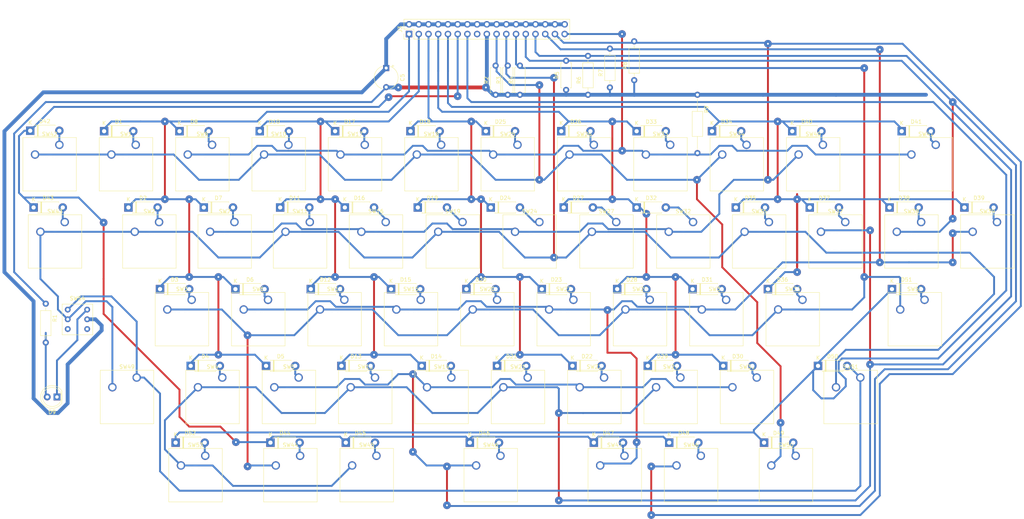
<source format=kicad_pcb>
(kicad_pcb (version 20171130) (host pcbnew 5.1.9+dfsg1-1~bpo10+1)
  (layers (0 F.Cu signal) (31 B.Cu signal) (34 B.Paste user) (35 F.Paste user) (36 B.SilkS user) (37 F.SilkS user) (38 B.Mask user) (39 F.Mask user) (44 Edge.Cuts user))
  (net 0 "")
  (net 1 GND)
  (net 2 VCC)
  (net 3 /COL0)
  (net 4 "Net-(D1-Pad2)")
  (net 5 "Net-(D2-Pad2)")
  (net 6 "Net-(D3-Pad2)")
  (net 7 "Net-(D4-Pad2)")
  (net 8 "Net-(D5-Pad2)")
  (net 9 "Net-(D6-Pad2)")
  (net 10 "Net-(D7-Pad2)")
  (net 11 "Net-(D8-Pad2)")
  (net 12 "Net-(D9-Pad1)")
  (net 13 "Net-(D9-Pad2)")
  (net 14 "Net-(D10-Pad2)")
  (net 15 /COL1)
  (net 16 "Net-(D11-Pad2)")
  (net 17 "Net-(D12-Pad2)")
  (net 18 "Net-(D13-Pad2)")
  (net 19 "Net-(D14-Pad2)")
  (net 20 "Net-(D15-Pad2)")
  (net 21 "Net-(D16-Pad2)")
  (net 22 "Net-(D17-Pad2)")
  (net 23 /COL2)
  (net 24 "Net-(D18-Pad2)")
  (net 25 "Net-(D19-Pad2)")
  (net 26 "Net-(D20-Pad2)")
  (net 27 "Net-(D21-Pad2)")
  (net 28 "Net-(D22-Pad2)")
  (net 29 "Net-(D23-Pad2)")
  (net 30 "Net-(D24-Pad2)")
  (net 31 "Net-(D25-Pad2)")
  (net 32 /COL3)
  (net 33 "Net-(D26-Pad2)")
  (net 34 "Net-(D27-Pad2)")
  (net 35 "Net-(D28-Pad2)")
  (net 36 "Net-(D29-Pad2)")
  (net 37 "Net-(D30-Pad2)")
  (net 38 "Net-(D31-Pad2)")
  (net 39 "Net-(D32-Pad2)")
  (net 40 "Net-(D33-Pad2)")
  (net 41 /COL4)
  (net 42 "Net-(D34-Pad2)")
  (net 43 "Net-(D35-Pad2)")
  (net 44 "Net-(D36-Pad2)")
  (net 45 "Net-(D37-Pad2)")
  (net 46 "Net-(D38-Pad2)")
  (net 47 "Net-(D39-Pad2)")
  (net 48 "Net-(D40-Pad2)")
  (net 49 "Net-(D41-Pad2)")
  (net 50 "Net-(D42-Pad2)")
  (net 51 /COL5)
  (net 52 "Net-(D43-Pad2)")
  (net 53 "Net-(D44-Pad2)")
  (net 54 "Net-(D45-Pad2)")
  (net 55 "Net-(D46-Pad2)")
  (net 56 "Net-(D47-Pad2)")
  (net 57 "Net-(D48-Pad2)")
  (net 58 /COL6)
  (net 59 "Net-(D49-Pad2)")
  (net 60 "Net-(D50-Pad2)")
  (net 61 "Net-(D51-Pad2)")
  (net 62 "Net-(D52-Pad2)")
  (net 63 /COL7)
  (net 64 /ROW0)
  (net 65 /ROW1)
  (net 66 /ROW2)
  (net 67 /ROW3)
  (net 68 /ROW4)
  (net 69 /ROW5)
  (net 70 /ROW6)
  (net 71 /ROW7)
  (net 72 "Net-(SW54-Pad1)")
  (net 73 "Net-(SW54-Pad4)")
  (module Resistor_THT:R_Axial_DIN0207_L6.3mm_D2.5mm_P15.24mm_Horizontal (layer F.Cu) (at 196.215 43.815 270)
    (fp_text reference R9 (at 3.81 -2.37 90) (layer F.SilkS))
    (fp_text value 10k)
    (pad 2 thru_hole oval (at 15.24 0 270) (size 1.6 1.6) (drill 0.8) (layers *.Cu *.Mask) (net 71 /ROW7))
    (pad 1 thru_hole circle (at 0 0 270) (size 1.6 1.6) (drill 0.8) (layers *.Cu *.Mask) (net 2 VCC))
  )
  (module Resistor_THT:R_Axial_DIN0207_L6.3mm_D2.5mm_P7.62mm_Horizontal (layer F.Cu) (at 143.51 43.815 90)
    (fp_text reference R2 (at 3.81 -2.37 90) (layer F.SilkS))
    (fp_text value 10k)
    (pad 2 thru_hole oval (at 7.62 0 90) (size 1.6 1.6) (drill 0.8) (layers *.Cu *.Mask) (net 64 /ROW0))
    (pad 1 thru_hole circle (at 0 0 90) (size 1.6 1.6) (drill 0.8) (layers *.Cu *.Mask) (net 2 VCC))
  )
  (module Resistor_THT:R_Axial_DIN0207_L6.3mm_D2.5mm_P7.62mm_Horizontal (layer F.Cu) (at 146.685 43.815 90)
    (fp_text reference R3 (at 3.81 -2.37 90) (layer F.SilkS))
    (fp_text value 10k)
    (pad 2 thru_hole oval (at 7.62 0 90) (size 1.6 1.6) (drill 0.8) (layers *.Cu *.Mask) (net 65 /ROW1))
    (pad 1 thru_hole circle (at 0 0 90) (size 1.6 1.6) (drill 0.8) (layers *.Cu *.Mask) (net 2 VCC))
  )
  (module Resistor_THT:R_Axial_DIN0207_L6.3mm_D2.5mm_P7.62mm_Horizontal (layer F.Cu) (at 149.86 43.815 90)
    (fp_text reference R4 (at 3.81 -2.37 90) (layer F.SilkS))
    (fp_text value 10k)
    (pad 2 thru_hole oval (at 7.62 0 90) (size 1.6 1.6) (drill 0.8) (layers *.Cu *.Mask) (net 66 /ROW2))
    (pad 1 thru_hole circle (at 0 0 90) (size 1.6 1.6) (drill 0.8) (layers *.Cu *.Mask) (net 2 VCC))
  )
  (module Resistor_THT:R_Axial_DIN0207_L6.3mm_D2.5mm_P7.62mm_Horizontal (layer F.Cu) (at 161.925 42.545 90)
    (fp_text reference R5 (at 3.81 -2.37 90) (layer F.SilkS))
    (fp_text value 10k)
    (pad 2 thru_hole oval (at 7.62 0 90) (size 1.6 1.6) (drill 0.8) (layers *.Cu *.Mask) (net 67 /ROW3))
    (pad 1 thru_hole circle (at 0 0 90) (size 1.6 1.6) (drill 0.8) (layers *.Cu *.Mask) (net 2 VCC))
  )
  (module Resistor_THT:R_Axial_DIN0207_L6.3mm_D2.5mm_P10.16mm_Horizontal (layer F.Cu) (at 179.705 40.005 90)
    (fp_text reference R8 (at 3.81 -2.37 90) (layer F.SilkS))
    (fp_text value 10k)
    (pad 2 thru_hole oval (at 10.16 0 90) (size 1.6 1.6) (drill 0.8) (layers *.Cu *.Mask) (net 70 /ROW6))
    (pad 1 thru_hole circle (at 0 0 90) (size 1.6 1.6) (drill 0.8) (layers *.Cu *.Mask) (net 2 VCC))
  )
  (module Resistor_THT:R_Axial_DIN0207_L6.3mm_D2.5mm_P10.16mm_Horizontal (layer F.Cu) (at 26.035 98.425 270)
    (fp_text reference R1 (at 3.81 -2.37 90) (layer F.SilkS))
    (fp_text value 470)
    (pad 2 thru_hole oval (at 10.16 0 270) (size 1.6 1.6) (drill 0.8) (layers *.Cu *.Mask) (net 13 "Net-(D9-Pad2)"))
    (pad 1 thru_hole circle (at 0 0 270) (size 1.6 1.6) (drill 0.8) (layers *.Cu *.Mask) (net 2 VCC))
  )
  (module Resistor_THT:R_Axial_DIN0207_L6.3mm_D2.5mm_P10.16mm_Horizontal (layer F.Cu) (at 173.355 41.91 90)
    (fp_text reference R7 (at 3.81 -2.37 90) (layer F.SilkS))
    (fp_text value 10k)
    (pad 2 thru_hole oval (at 10.16 0 90) (size 1.6 1.6) (drill 0.8) (layers *.Cu *.Mask) (net 69 /ROW5))
    (pad 1 thru_hole circle (at 0 0 90) (size 1.6 1.6) (drill 0.8) (layers *.Cu *.Mask) (net 2 VCC))
  )
  (module Resistor_THT:R_Axial_DIN0207_L6.3mm_D2.5mm_P10.16mm_Horizontal (layer F.Cu) (at 167.64 43.815 90)
    (fp_text reference R6 (at 3.81 -2.37 90) (layer F.SilkS))
    (fp_text value 10k)
    (pad 2 thru_hole oval (at 10.16 0 90) (size 1.6 1.6) (drill 0.8) (layers *.Cu *.Mask) (net 68 /ROW4))
    (pad 1 thru_hole circle (at 0 0 90) (size 1.6 1.6) (drill 0.8) (layers *.Cu *.Mask) (net 2 VCC))
  )
  (module Capacitor_THT:CP_Radial_Tantal_D6.0mm_P5.00mm (layer F.Cu) (at 114.935 36.83 270)
    (fp_text reference C5 (at 2.5 -4.25 90) (layer F.SilkS))
    (fp_text value 56pF)
    (pad 1 thru_hole rect (at 0 0 270) (size 1.6 1.6) (drill 0.8) (layers *.Cu *.Mask) (net 1 GND))
    (pad 2 thru_hole circle (at 5 0 270) (size 1.6 1.6) (drill 0.8) (layers *.Cu *.Mask) (net 2 VCC))
  )
  (module Diode_THT:D_DO-41_SOD81_P7.62mm_Horizontal (layer F.Cu) (at 41.275 53.34)
    (fp_text reference D1 (at 3.81 -2.47) (layer F.SilkS))
    (fp_text value 1N4148)
    (fp_text user K (at 0 -2.1) (layer F.SilkS))
    (pad 1 thru_hole rect (at 0 0) (size 2.2 2.2) (drill 1.1) (layers *.Cu *.Mask) (net 3 /COL0))
    (pad 2 thru_hole oval (at 7.62 0) (size 2.2 2.2) (drill 1.1) (layers *.Cu *.Mask) (net 4 "Net-(D1-Pad2)"))
  )
  (module Diode_THT:D_DO-41_SOD81_P7.62mm_Horizontal (layer F.Cu) (at 47.625 73.279)
    (fp_text reference D2 (at 3.81 -2.47) (layer F.SilkS))
    (fp_text value 1N4148)
    (fp_text user K (at 0 -2.1) (layer F.SilkS))
    (pad 2 thru_hole oval (at 7.62 0) (size 2.2 2.2) (drill 1.1) (layers *.Cu *.Mask) (net 5 "Net-(D2-Pad2)"))
    (pad 1 thru_hole rect (at 0 0) (size 2.2 2.2) (drill 1.1) (layers *.Cu *.Mask) (net 3 /COL0))
  )
  (module Diode_THT:D_DO-41_SOD81_P7.62mm_Horizontal (layer F.Cu) (at 55.88 94.615)
    (fp_text reference D3 (at 3.81 -2.47) (layer F.SilkS))
    (fp_text value 1N4148)
    (fp_text user K (at 0 -2.1) (layer F.SilkS))
    (pad 1 thru_hole rect (at 0 0) (size 2.2 2.2) (drill 1.1) (layers *.Cu *.Mask) (net 3 /COL0))
    (pad 2 thru_hole oval (at 7.62 0) (size 2.2 2.2) (drill 1.1) (layers *.Cu *.Mask) (net 6 "Net-(D3-Pad2)"))
  )
  (module Diode_THT:D_DO-41_SOD81_P7.62mm_Horizontal (layer F.Cu) (at 63.881 114.681)
    (fp_text reference D4 (at 3.81 -2.47) (layer F.SilkS))
    (fp_text value 1N4148)
    (fp_text user K (at 0 -2.1) (layer F.SilkS))
    (pad 1 thru_hole rect (at 0 0) (size 2.2 2.2) (drill 1.1) (layers *.Cu *.Mask) (net 3 /COL0))
    (pad 2 thru_hole oval (at 7.62 0) (size 2.2 2.2) (drill 1.1) (layers *.Cu *.Mask) (net 7 "Net-(D4-Pad2)"))
  )
  (module Diode_THT:D_DO-41_SOD81_P7.62mm_Horizontal (layer F.Cu) (at 83.566 114.681)
    (fp_text reference D5 (at 3.81 -2.47) (layer F.SilkS))
    (fp_text value 1N4148)
    (fp_text user K (at 0 -2.1) (layer F.SilkS))
    (pad 2 thru_hole oval (at 7.62 0) (size 2.2 2.2) (drill 1.1) (layers *.Cu *.Mask) (net 8 "Net-(D5-Pad2)"))
    (pad 1 thru_hole rect (at 0 0) (size 2.2 2.2) (drill 1.1) (layers *.Cu *.Mask) (net 3 /COL0))
  )
  (module Diode_THT:D_DO-41_SOD81_P7.62mm_Horizontal (layer F.Cu) (at 75.565 94.615)
    (fp_text reference D6 (at 3.81 -2.47) (layer F.SilkS))
    (fp_text value 1N4148)
    (fp_text user K (at 0 -2.1) (layer F.SilkS))
    (pad 1 thru_hole rect (at 0 0) (size 2.2 2.2) (drill 1.1) (layers *.Cu *.Mask) (net 3 /COL0))
    (pad 2 thru_hole oval (at 7.62 0) (size 2.2 2.2) (drill 1.1) (layers *.Cu *.Mask) (net 9 "Net-(D6-Pad2)"))
  )
  (module Diode_THT:D_DO-41_SOD81_P7.62mm_Horizontal (layer F.Cu) (at 67.31 73.279)
    (fp_text reference D7 (at 3.81 -2.47) (layer F.SilkS))
    (fp_text value 1N4148)
    (fp_text user K (at 0 -2.1) (layer F.SilkS))
    (pad 2 thru_hole oval (at 7.62 0) (size 2.2 2.2) (drill 1.1) (layers *.Cu *.Mask) (net 10 "Net-(D7-Pad2)"))
    (pad 1 thru_hole rect (at 0 0) (size 2.2 2.2) (drill 1.1) (layers *.Cu *.Mask) (net 3 /COL0))
  )
  (module Diode_THT:D_DO-41_SOD81_P7.62mm_Horizontal (layer F.Cu) (at 60.96 53.34)
    (fp_text reference D8 (at 3.81 -2.47) (layer F.SilkS))
    (fp_text value 1N4148)
    (fp_text user K (at 0 -2.1) (layer F.SilkS))
    (pad 1 thru_hole rect (at 0 0) (size 2.2 2.2) (drill 1.1) (layers *.Cu *.Mask) (net 3 /COL0))
    (pad 2 thru_hole oval (at 7.62 0) (size 2.2 2.2) (drill 1.1) (layers *.Cu *.Mask) (net 11 "Net-(D8-Pad2)"))
  )
  (module LED_THT:LED_D5.0mm (layer F.Cu) (at 28.956 122.809 180)
    (fp_text reference D9 (at 1.27 -3.96) (layer F.SilkS))
    (fp_text value CAPSLOCK_LED)
    (pad 1 thru_hole rect (at 0 0 180) (size 1.8 1.8) (drill 0.9) (layers *.Cu *.Mask) (net 12 "Net-(D9-Pad1)"))
    (pad 2 thru_hole circle (at 2.54 0 180) (size 1.8 1.8) (drill 0.9) (layers *.Cu *.Mask) (net 13 "Net-(D9-Pad2)"))
  )
  (module Diode_THT:D_DO-41_SOD81_P7.62mm_Horizontal (layer F.Cu) (at 81.915 53.34)
    (fp_text reference D10 (at 3.81 -2.47) (layer F.SilkS))
    (fp_text value 1N4148)
    (fp_text user K (at 0 -2.1) (layer F.SilkS))
    (pad 2 thru_hole oval (at 7.62 0) (size 2.2 2.2) (drill 1.1) (layers *.Cu *.Mask) (net 14 "Net-(D10-Pad2)"))
    (pad 1 thru_hole rect (at 0 0) (size 2.2 2.2) (drill 1.1) (layers *.Cu *.Mask) (net 15 /COL1))
  )
  (module Diode_THT:D_DO-41_SOD81_P7.62mm_Horizontal (layer F.Cu) (at 87.249 73.279)
    (fp_text reference D11 (at 3.81 -2.47) (layer F.SilkS))
    (fp_text value 1N4148)
    (fp_text user K (at 0 -2.1) (layer F.SilkS))
    (pad 2 thru_hole oval (at 7.62 0) (size 2.2 2.2) (drill 1.1) (layers *.Cu *.Mask) (net 16 "Net-(D11-Pad2)"))
    (pad 1 thru_hole rect (at 0 0) (size 2.2 2.2) (drill 1.1) (layers *.Cu *.Mask) (net 15 /COL1))
  )
  (module Diode_THT:D_DO-41_SOD81_P7.62mm_Horizontal (layer F.Cu) (at 95.25 94.615)
    (fp_text reference D12 (at 3.81 -2.47) (layer F.SilkS))
    (fp_text value 1N4148)
    (fp_text user K (at 0 -2.1) (layer F.SilkS))
    (pad 2 thru_hole oval (at 7.62 0) (size 2.2 2.2) (drill 1.1) (layers *.Cu *.Mask) (net 17 "Net-(D12-Pad2)"))
    (pad 1 thru_hole rect (at 0 0) (size 2.2 2.2) (drill 1.1) (layers *.Cu *.Mask) (net 15 /COL1))
  )
  (module Diode_THT:D_DO-41_SOD81_P7.62mm_Horizontal (layer F.Cu) (at 103.251 114.681)
    (fp_text reference D13 (at 3.81 -2.47) (layer F.SilkS))
    (fp_text value 1N4148)
    (fp_text user K (at 0 -2.1) (layer F.SilkS))
    (pad 2 thru_hole oval (at 7.62 0) (size 2.2 2.2) (drill 1.1) (layers *.Cu *.Mask) (net 18 "Net-(D13-Pad2)"))
    (pad 1 thru_hole rect (at 0 0) (size 2.2 2.2) (drill 1.1) (layers *.Cu *.Mask) (net 15 /COL1))
  )
  (module Diode_THT:D_DO-41_SOD81_P7.62mm_Horizontal (layer F.Cu) (at 124.206 114.681)
    (fp_text reference D14 (at 3.81 -2.47) (layer F.SilkS))
    (fp_text value 1N4148)
    (fp_text user K (at 0 -2.1) (layer F.SilkS))
    (pad 2 thru_hole oval (at 7.62 0) (size 2.2 2.2) (drill 1.1) (layers *.Cu *.Mask) (net 19 "Net-(D14-Pad2)"))
    (pad 1 thru_hole rect (at 0 0) (size 2.2 2.2) (drill 1.1) (layers *.Cu *.Mask) (net 15 /COL1))
  )
  (module Diode_THT:D_DO-41_SOD81_P7.62mm_Horizontal (layer F.Cu) (at 116.205 94.615)
    (fp_text reference D15 (at 3.81 -2.47) (layer F.SilkS))
    (fp_text value 1N4148)
    (fp_text user K (at 0 -2.1) (layer F.SilkS))
    (pad 2 thru_hole oval (at 7.62 0) (size 2.2 2.2) (drill 1.1) (layers *.Cu *.Mask) (net 20 "Net-(D15-Pad2)"))
    (pad 1 thru_hole rect (at 0 0) (size 2.2 2.2) (drill 1.1) (layers *.Cu *.Mask) (net 15 /COL1))
  )
  (module Diode_THT:D_DO-41_SOD81_P7.62mm_Horizontal (layer F.Cu) (at 104.14 73.279)
    (fp_text reference D16 (at 3.81 -2.47) (layer F.SilkS))
    (fp_text value 1N4148)
    (fp_text user K (at 0 -2.1) (layer F.SilkS))
    (pad 1 thru_hole rect (at 0 0) (size 2.2 2.2) (drill 1.1) (layers *.Cu *.Mask) (net 15 /COL1))
    (pad 2 thru_hole oval (at 7.62 0) (size 2.2 2.2) (drill 1.1) (layers *.Cu *.Mask) (net 21 "Net-(D16-Pad2)"))
  )
  (module Diode_THT:D_DO-41_SOD81_P7.62mm_Horizontal (layer F.Cu) (at 101.6 53.34)
    (fp_text reference D17 (at 3.81 -2.47) (layer F.SilkS))
    (fp_text value 1N4148)
    (fp_text user K (at 0 -2.1) (layer F.SilkS))
    (pad 2 thru_hole oval (at 7.62 0) (size 2.2 2.2) (drill 1.1) (layers *.Cu *.Mask) (net 22 "Net-(D17-Pad2)"))
    (pad 1 thru_hole rect (at 0 0) (size 2.2 2.2) (drill 1.1) (layers *.Cu *.Mask) (net 15 /COL1))
  )
  (module Diode_THT:D_DO-41_SOD81_P7.62mm_Horizontal (layer F.Cu) (at 121.285 53.34)
    (fp_text reference D18 (at 3.81 -2.47) (layer F.SilkS))
    (fp_text value 1N4148)
    (fp_text user K (at 0 -2.1) (layer F.SilkS))
    (pad 1 thru_hole rect (at 0 0) (size 2.2 2.2) (drill 1.1) (layers *.Cu *.Mask) (net 23 /COL2))
    (pad 2 thru_hole oval (at 7.62 0) (size 2.2 2.2) (drill 1.1) (layers *.Cu *.Mask) (net 24 "Net-(D18-Pad2)"))
  )
  (module Diode_THT:D_DO-41_SOD81_P7.62mm_Horizontal (layer F.Cu) (at 123.19 73.279)
    (fp_text reference D19 (at 3.81 -2.47) (layer F.SilkS))
    (fp_text value 1N4148)
    (fp_text user K (at 0 -2.1) (layer F.SilkS))
    (pad 2 thru_hole oval (at 7.62 0) (size 2.2 2.2) (drill 1.1) (layers *.Cu *.Mask) (net 25 "Net-(D19-Pad2)"))
    (pad 1 thru_hole rect (at 0 0) (size 2.2 2.2) (drill 1.1) (layers *.Cu *.Mask) (net 23 /COL2))
  )
  (module Diode_THT:D_DO-41_SOD81_P7.62mm_Horizontal (layer F.Cu) (at 135.89 94.615)
    (fp_text reference D20 (at 3.81 -2.47) (layer F.SilkS))
    (fp_text value 1N4148)
    (fp_text user K (at 0 -2.1) (layer F.SilkS))
    (pad 1 thru_hole rect (at 0 0) (size 2.2 2.2) (drill 1.1) (layers *.Cu *.Mask) (net 23 /COL2))
    (pad 2 thru_hole oval (at 7.62 0) (size 2.2 2.2) (drill 1.1) (layers *.Cu *.Mask) (net 26 "Net-(D20-Pad2)"))
  )
  (module Diode_THT:D_DO-41_SOD81_P7.62mm_Horizontal (layer F.Cu) (at 143.891 114.681)
    (fp_text reference D21 (at 3.81 -2.47) (layer F.SilkS))
    (fp_text value 1N4148)
    (fp_text user K (at 0 -2.1) (layer F.SilkS))
    (pad 1 thru_hole rect (at 0 0) (size 2.2 2.2) (drill 1.1) (layers *.Cu *.Mask) (net 23 /COL2))
    (pad 2 thru_hole oval (at 7.62 0) (size 2.2 2.2) (drill 1.1) (layers *.Cu *.Mask) (net 27 "Net-(D21-Pad2)"))
  )
  (module Diode_THT:D_DO-41_SOD81_P7.62mm_Horizontal (layer F.Cu) (at 163.576 114.681)
    (fp_text reference D22 (at 3.81 -2.47) (layer F.SilkS))
    (fp_text value 1N4148)
    (fp_text user K (at 0 -2.1) (layer F.SilkS))
    (pad 1 thru_hole rect (at 0 0) (size 2.2 2.2) (drill 1.1) (layers *.Cu *.Mask) (net 23 /COL2))
    (pad 2 thru_hole oval (at 7.62 0) (size 2.2 2.2) (drill 1.1) (layers *.Cu *.Mask) (net 28 "Net-(D22-Pad2)"))
  )
  (module Diode_THT:D_DO-41_SOD81_P7.62mm_Horizontal (layer F.Cu) (at 155.575 94.615)
    (fp_text reference D23 (at 3.81 -2.47) (layer F.SilkS))
    (fp_text value 1N4148)
    (fp_text user K (at 0 -2.1) (layer F.SilkS))
    (pad 1 thru_hole rect (at 0 0) (size 2.2 2.2) (drill 1.1) (layers *.Cu *.Mask) (net 23 /COL2))
    (pad 2 thru_hole oval (at 7.62 0) (size 2.2 2.2) (drill 1.1) (layers *.Cu *.Mask) (net 29 "Net-(D23-Pad2)"))
  )
  (module Diode_THT:D_DO-41_SOD81_P7.62mm_Horizontal (layer F.Cu) (at 142.24 73.279)
    (fp_text reference D24 (at 3.81 -2.47) (layer F.SilkS))
    (fp_text value 1N4148)
    (fp_text user K (at 0 -2.1) (layer F.SilkS))
    (pad 2 thru_hole oval (at 7.62 0) (size 2.2 2.2) (drill 1.1) (layers *.Cu *.Mask) (net 30 "Net-(D24-Pad2)"))
    (pad 1 thru_hole rect (at 0 0) (size 2.2 2.2) (drill 1.1) (layers *.Cu *.Mask) (net 23 /COL2))
  )
  (module Diode_THT:D_DO-41_SOD81_P7.62mm_Horizontal (layer F.Cu) (at 140.97 53.34)
    (fp_text reference D25 (at 3.81 -2.47) (layer F.SilkS))
    (fp_text value 1N4148)
    (fp_text user K (at 0 -2.1) (layer F.SilkS))
    (pad 1 thru_hole rect (at 0 0) (size 2.2 2.2) (drill 1.1) (layers *.Cu *.Mask) (net 23 /COL2))
    (pad 2 thru_hole oval (at 7.62 0) (size 2.2 2.2) (drill 1.1) (layers *.Cu *.Mask) (net 31 "Net-(D25-Pad2)"))
  )
  (module Diode_THT:D_DO-41_SOD81_P7.62mm_Horizontal (layer F.Cu) (at 160.655 53.34)
    (fp_text reference D26 (at 3.81 -2.47) (layer F.SilkS))
    (fp_text value 1N4148)
    (fp_text user K (at 0 -2.1) (layer F.SilkS))
    (pad 1 thru_hole rect (at 0 0) (size 2.2 2.2) (drill 1.1) (layers *.Cu *.Mask) (net 32 /COL3))
    (pad 2 thru_hole oval (at 7.62 0) (size 2.2 2.2) (drill 1.1) (layers *.Cu *.Mask) (net 33 "Net-(D26-Pad2)"))
  )
  (module Diode_THT:D_DO-41_SOD81_P7.62mm_Horizontal (layer F.Cu) (at 161.29 73.279)
    (fp_text reference D27 (at 3.81 -2.47) (layer F.SilkS))
    (fp_text value 1N4148)
    (fp_text user K (at 0 -2.1) (layer F.SilkS))
    (pad 1 thru_hole rect (at 0 0) (size 2.2 2.2) (drill 1.1) (layers *.Cu *.Mask) (net 32 /COL3))
    (pad 2 thru_hole oval (at 7.62 0) (size 2.2 2.2) (drill 1.1) (layers *.Cu *.Mask) (net 34 "Net-(D27-Pad2)"))
  )
  (module Diode_THT:D_DO-41_SOD81_P7.62mm_Horizontal (layer F.Cu) (at 175.26 94.615)
    (fp_text reference D28 (at 3.81 -2.47) (layer F.SilkS))
    (fp_text value 1N4148)
    (fp_text user K (at 0 -2.1) (layer F.SilkS))
    (pad 1 thru_hole rect (at 0 0) (size 2.2 2.2) (drill 1.1) (layers *.Cu *.Mask) (net 32 /COL3))
    (pad 2 thru_hole oval (at 7.62 0) (size 2.2 2.2) (drill 1.1) (layers *.Cu *.Mask) (net 35 "Net-(D28-Pad2)"))
  )
  (module Diode_THT:D_DO-41_SOD81_P7.62mm_Horizontal (layer F.Cu) (at 183.261 114.681)
    (fp_text reference D29 (at 3.81 -2.47) (layer F.SilkS))
    (fp_text value 1N4148)
    (fp_text user K (at 0 -2.1) (layer F.SilkS))
    (pad 2 thru_hole oval (at 7.62 0) (size 2.2 2.2) (drill 1.1) (layers *.Cu *.Mask) (net 36 "Net-(D29-Pad2)"))
    (pad 1 thru_hole rect (at 0 0) (size 2.2 2.2) (drill 1.1) (layers *.Cu *.Mask) (net 32 /COL3))
  )
  (module Diode_THT:D_DO-41_SOD81_P7.62mm_Horizontal (layer F.Cu) (at 202.946 114.681)
    (fp_text reference D30 (at 3.81 -2.47) (layer F.SilkS))
    (fp_text value 1N4148)
    (fp_text user K (at 0 -2.1) (layer F.SilkS))
    (pad 2 thru_hole oval (at 7.62 0) (size 2.2 2.2) (drill 1.1) (layers *.Cu *.Mask) (net 37 "Net-(D30-Pad2)"))
    (pad 1 thru_hole rect (at 0 0) (size 2.2 2.2) (drill 1.1) (layers *.Cu *.Mask) (net 32 /COL3))
  )
  (module Diode_THT:D_DO-41_SOD81_P7.62mm_Horizontal (layer F.Cu) (at 194.945 94.615)
    (fp_text reference D31 (at 3.81 -2.47) (layer F.SilkS))
    (fp_text value 1N4148)
    (fp_text user K (at 0 -2.1) (layer F.SilkS))
    (pad 2 thru_hole oval (at 7.62 0) (size 2.2 2.2) (drill 1.1) (layers *.Cu *.Mask) (net 38 "Net-(D31-Pad2)"))
    (pad 1 thru_hole rect (at 0 0) (size 2.2 2.2) (drill 1.1) (layers *.Cu *.Mask) (net 32 /COL3))
  )
  (module Diode_THT:D_DO-41_SOD81_P7.62mm_Horizontal (layer F.Cu) (at 180.34 73.279)
    (fp_text reference D32 (at 3.81 -2.47) (layer F.SilkS))
    (fp_text value 1N4148)
    (fp_text user K (at 0 -2.1) (layer F.SilkS))
    (pad 1 thru_hole rect (at 0 0) (size 2.2 2.2) (drill 1.1) (layers *.Cu *.Mask) (net 32 /COL3))
    (pad 2 thru_hole oval (at 7.62 0) (size 2.2 2.2) (drill 1.1) (layers *.Cu *.Mask) (net 39 "Net-(D32-Pad2)"))
  )
  (module Diode_THT:D_DO-41_SOD81_P7.62mm_Horizontal (layer F.Cu) (at 180.34 53.34)
    (fp_text reference D33 (at 3.81 -2.47) (layer F.SilkS))
    (fp_text value 1N4148)
    (fp_text user K (at 0 -2.1) (layer F.SilkS))
    (pad 2 thru_hole oval (at 7.62 0) (size 2.2 2.2) (drill 1.1) (layers *.Cu *.Mask) (net 40 "Net-(D33-Pad2)"))
    (pad 1 thru_hole rect (at 0 0) (size 2.2 2.2) (drill 1.1) (layers *.Cu *.Mask) (net 32 /COL3))
  )
  (module Diode_THT:D_DO-41_SOD81_P7.62mm_Horizontal (layer F.Cu) (at 200.025 53.34)
    (fp_text reference D34 (at 3.81 -2.47) (layer F.SilkS))
    (fp_text value 1N4148)
    (fp_text user K (at 0 -2.1) (layer F.SilkS))
    (pad 1 thru_hole rect (at 0 0) (size 2.2 2.2) (drill 1.1) (layers *.Cu *.Mask) (net 41 /COL4))
    (pad 2 thru_hole oval (at 7.62 0) (size 2.2 2.2) (drill 1.1) (layers *.Cu *.Mask) (net 42 "Net-(D34-Pad2)"))
  )
  (module Diode_THT:D_DO-41_SOD81_P7.62mm_Horizontal (layer F.Cu) (at 206.248 73.279)
    (fp_text reference D35 (at 3.81 -2.47) (layer F.SilkS))
    (fp_text value 1N4148)
    (fp_text user K (at 0 -2.1) (layer F.SilkS))
    (pad 2 thru_hole oval (at 7.62 0) (size 2.2 2.2) (drill 1.1) (layers *.Cu *.Mask) (net 43 "Net-(D35-Pad2)"))
    (pad 1 thru_hole rect (at 0 0) (size 2.2 2.2) (drill 1.1) (layers *.Cu *.Mask) (net 41 /COL4))
  )
  (module Diode_THT:D_DO-41_SOD81_P7.62mm_Horizontal (layer F.Cu) (at 214.63 94.615)
    (fp_text reference D36 (at 3.81 -2.47) (layer F.SilkS))
    (fp_text value 1N4148)
    (fp_text user K (at 0 -2.1) (layer F.SilkS))
    (pad 2 thru_hole oval (at 7.62 0) (size 2.2 2.2) (drill 1.1) (layers *.Cu *.Mask) (net 44 "Net-(D36-Pad2)"))
    (pad 1 thru_hole rect (at 0 0) (size 2.2 2.2) (drill 1.1) (layers *.Cu *.Mask) (net 41 /COL4))
  )
  (module Diode_THT:D_DO-41_SOD81_P7.62mm_Horizontal (layer F.Cu) (at 225.552 73.279)
    (fp_text reference D37 (at 3.81 -2.47) (layer F.SilkS))
    (fp_text value 1N4148)
    (fp_text user K (at 0 -2.1) (layer F.SilkS))
    (pad 1 thru_hole rect (at 0 0) (size 2.2 2.2) (drill 1.1) (layers *.Cu *.Mask) (net 41 /COL4))
    (pad 2 thru_hole oval (at 7.62 0) (size 2.2 2.2) (drill 1.1) (layers *.Cu *.Mask) (net 45 "Net-(D37-Pad2)"))
  )
  (module Diode_THT:D_DO-41_SOD81_P7.62mm_Horizontal (layer F.Cu) (at 246.38 73.279)
    (fp_text reference D38 (at 3.81 -2.47) (layer F.SilkS))
    (fp_text value 1N4148)
    (fp_text user K (at 0 -2.1) (layer F.SilkS))
    (pad 1 thru_hole rect (at 0 0) (size 2.2 2.2) (drill 1.1) (layers *.Cu *.Mask) (net 41 /COL4))
    (pad 2 thru_hole oval (at 7.62 0) (size 2.2 2.2) (drill 1.1) (layers *.Cu *.Mask) (net 46 "Net-(D38-Pad2)"))
  )
  (module Diode_THT:D_DO-41_SOD81_P7.62mm_Horizontal (layer F.Cu) (at 265.938 73.279)
    (fp_text reference D39 (at 3.81 -2.47) (layer F.SilkS))
    (fp_text value 1N4148)
    (fp_text user K (at 0 -2.1) (layer F.SilkS))
    (pad 1 thru_hole rect (at 0 0) (size 2.2 2.2) (drill 1.1) (layers *.Cu *.Mask) (net 41 /COL4))
    (pad 2 thru_hole oval (at 7.62 0) (size 2.2 2.2) (drill 1.1) (layers *.Cu *.Mask) (net 47 "Net-(D39-Pad2)"))
  )
  (module Diode_THT:D_DO-41_SOD81_P7.62mm_Horizontal (layer F.Cu) (at 220.98 53.34)
    (fp_text reference D40 (at 3.81 -2.47) (layer F.SilkS))
    (fp_text value 1N4148)
    (fp_text user K (at 0 -2.1) (layer F.SilkS))
    (pad 1 thru_hole rect (at 0 0) (size 2.2 2.2) (drill 1.1) (layers *.Cu *.Mask) (net 41 /COL4))
    (pad 2 thru_hole oval (at 7.62 0) (size 2.2 2.2) (drill 1.1) (layers *.Cu *.Mask) (net 48 "Net-(D40-Pad2)"))
  )
  (module Diode_THT:D_DO-41_SOD81_P7.62mm_Horizontal (layer F.Cu) (at 249.555 53.34)
    (fp_text reference D41 (at 3.81 -2.47) (layer F.SilkS))
    (fp_text value 1N4148)
    (fp_text user K (at 0 -2.1) (layer F.SilkS))
    (pad 2 thru_hole oval (at 7.62 0) (size 2.2 2.2) (drill 1.1) (layers *.Cu *.Mask) (net 49 "Net-(D41-Pad2)"))
    (pad 1 thru_hole rect (at 0 0) (size 2.2 2.2) (drill 1.1) (layers *.Cu *.Mask) (net 41 /COL4))
  )
  (module Diode_THT:D_DO-41_SOD81_P7.62mm_Horizontal (layer F.Cu) (at 21.971 53.213)
    (fp_text reference D42 (at 3.81 -2.47) (layer F.SilkS))
    (fp_text value 1N4148)
    (fp_text user K (at 0 -2.1) (layer F.SilkS))
    (pad 2 thru_hole oval (at 7.62 0) (size 2.2 2.2) (drill 1.1) (layers *.Cu *.Mask) (net 50 "Net-(D42-Pad2)"))
    (pad 1 thru_hole rect (at 0 0) (size 2.2 2.2) (drill 1.1) (layers *.Cu *.Mask) (net 51 /COL5))
  )
  (module Diode_THT:D_DO-41_SOD81_P7.62mm_Horizontal (layer F.Cu) (at 22.86 73.279)
    (fp_text reference D43 (at 3.81 -2.47) (layer F.SilkS))
    (fp_text value 1N4148)
    (fp_text user K (at 0 -2.1) (layer F.SilkS))
    (pad 2 thru_hole oval (at 7.62 0) (size 2.2 2.2) (drill 1.1) (layers *.Cu *.Mask) (net 52 "Net-(D43-Pad2)"))
    (pad 1 thru_hole rect (at 0 0) (size 2.2 2.2) (drill 1.1) (layers *.Cu *.Mask) (net 51 /COL5))
  )
  (module Diode_THT:D_DO-41_SOD81_P7.62mm_Horizontal (layer F.Cu) (at 84.709 134.747)
    (fp_text reference D44 (at 3.81 -2.47) (layer F.SilkS))
    (fp_text value 1N4148)
    (fp_text user K (at 0 -2.1) (layer F.SilkS))
    (pad 1 thru_hole rect (at 0 0) (size 2.2 2.2) (drill 1.1) (layers *.Cu *.Mask) (net 51 /COL5))
    (pad 2 thru_hole oval (at 7.62 0) (size 2.2 2.2) (drill 1.1) (layers *.Cu *.Mask) (net 53 "Net-(D44-Pad2)"))
  )
  (module Diode_THT:D_DO-41_SOD81_P7.62mm_Horizontal (layer F.Cu) (at 104.394 134.747)
    (fp_text reference D45 (at 3.81 -2.47) (layer F.SilkS))
    (fp_text value 1N4148)
    (fp_text user K (at 0 -2.1) (layer F.SilkS))
    (pad 1 thru_hole rect (at 0 0) (size 2.2 2.2) (drill 1.1) (layers *.Cu *.Mask) (net 51 /COL5))
    (pad 2 thru_hole oval (at 7.62 0) (size 2.2 2.2) (drill 1.1) (layers *.Cu *.Mask) (net 54 "Net-(D45-Pad2)"))
  )
  (module Diode_THT:D_DO-41_SOD81_P7.62mm_Horizontal (layer F.Cu) (at 136.779 134.747)
    (fp_text reference D46 (at 3.81 -2.47) (layer F.SilkS))
    (fp_text value 1N4148)
    (fp_text user K (at 0 -2.1) (layer F.SilkS))
    (pad 1 thru_hole rect (at 0 0) (size 2.2 2.2) (drill 1.1) (layers *.Cu *.Mask) (net 51 /COL5))
    (pad 2 thru_hole oval (at 7.62 0) (size 2.2 2.2) (drill 1.1) (layers *.Cu *.Mask) (net 55 "Net-(D46-Pad2)"))
  )
  (module Diode_THT:D_DO-41_SOD81_P7.62mm_Horizontal (layer F.Cu) (at 169.164 134.747)
    (fp_text reference D47 (at 3.81 -2.47) (layer F.SilkS))
    (fp_text value 1N4148)
    (fp_text user K (at 0 -2.1) (layer F.SilkS))
    (pad 2 thru_hole oval (at 7.62 0) (size 2.2 2.2) (drill 1.1) (layers *.Cu *.Mask) (net 56 "Net-(D47-Pad2)"))
    (pad 1 thru_hole rect (at 0 0) (size 2.2 2.2) (drill 1.1) (layers *.Cu *.Mask) (net 51 /COL5))
  )
  (module Diode_THT:D_DO-41_SOD81_P7.62mm_Horizontal (layer F.Cu) (at 188.849 134.747)
    (fp_text reference D48 (at 3.81 -2.47) (layer F.SilkS))
    (fp_text value 1N4148)
    (fp_text user K (at 0 -2.1) (layer F.SilkS))
    (pad 2 thru_hole oval (at 7.62 0) (size 2.2 2.2) (drill 1.1) (layers *.Cu *.Mask) (net 57 "Net-(D48-Pad2)"))
    (pad 1 thru_hole rect (at 0 0) (size 2.2 2.2) (drill 1.1) (layers *.Cu *.Mask) (net 51 /COL5))
  )
  (module Diode_THT:D_DO-41_SOD81_P7.62mm_Horizontal (layer F.Cu) (at 213.614 134.747)
    (fp_text reference D49 (at 3.81 -2.47) (layer F.SilkS))
    (fp_text value 1N4148)
    (fp_text user K (at 0 -2.1) (layer F.SilkS))
    (pad 1 thru_hole rect (at 0 0) (size 2.2 2.2) (drill 1.1) (layers *.Cu *.Mask) (net 58 /COL6))
    (pad 2 thru_hole oval (at 7.62 0) (size 2.2 2.2) (drill 1.1) (layers *.Cu *.Mask) (net 59 "Net-(D49-Pad2)"))
  )
  (module Diode_THT:D_DO-41_SOD81_P7.62mm_Horizontal (layer F.Cu) (at 227.711 114.681)
    (fp_text reference D50 (at 3.81 -2.47) (layer F.SilkS))
    (fp_text value 1N4148)
    (fp_text user K (at 0 -2.1) (layer F.SilkS))
    (pad 1 thru_hole rect (at 0 0) (size 2.2 2.2) (drill 1.1) (layers *.Cu *.Mask) (net 58 /COL6))
    (pad 2 thru_hole oval (at 7.62 0) (size 2.2 2.2) (drill 1.1) (layers *.Cu *.Mask) (net 60 "Net-(D50-Pad2)"))
  )
  (module Diode_THT:D_DO-41_SOD81_P7.62mm_Horizontal (layer F.Cu) (at 247.015 94.615)
    (fp_text reference D51 (at 3.81 -2.47) (layer F.SilkS))
    (fp_text value 1N4148)
    (fp_text user K (at 0 -2.1) (layer F.SilkS))
    (pad 2 thru_hole oval (at 7.62 0) (size 2.2 2.2) (drill 1.1) (layers *.Cu *.Mask) (net 61 "Net-(D51-Pad2)"))
    (pad 1 thru_hole rect (at 0 0) (size 2.2 2.2) (drill 1.1) (layers *.Cu *.Mask) (net 58 /COL6))
  )
  (module Diode_THT:D_DO-41_SOD81_P7.62mm_Horizontal (layer F.Cu) (at 59.944 134.747)
    (fp_text reference D52 (at 3.81 -2.47) (layer F.SilkS))
    (fp_text value 1N4148)
    (fp_text user K (at 0 -2.1) (layer F.SilkS))
    (pad 2 thru_hole oval (at 7.62 0) (size 2.2 2.2) (drill 1.1) (layers *.Cu *.Mask) (net 62 "Net-(D52-Pad2)"))
    (pad 1 thru_hole rect (at 0 0) (size 2.2 2.2) (drill 1.1) (layers *.Cu *.Mask) (net 58 /COL6))
  )
  (module Connector_PinHeader_2.54mm:PinHeader_2x17_P2.54mm_Vertical (layer F.Cu) (at 120.904 27.94 90)
    (fp_text reference J3 (at 1.27 -2.33 90) (layer F.SilkS))
    (fp_text value "Keyboard connector")
    (pad 34 thru_hole oval (at 2.54 40.64 90) (size 1.7 1.7) (drill 1) (layers *.Cu *.Mask) (net 1 GND))
    (pad 33 thru_hole oval (at 0 40.64 90) (size 1.7 1.7) (drill 1) (layers *.Cu *.Mask) (net 71 /ROW7))
    (pad 32 thru_hole oval (at 2.54 38.1 90) (size 1.7 1.7) (drill 1) (layers *.Cu *.Mask) (net 1 GND))
    (pad 31 thru_hole oval (at 0 38.1 90) (size 1.7 1.7) (drill 1) (layers *.Cu *.Mask) (net 70 /ROW6))
    (pad 30 thru_hole oval (at 2.54 35.56 90) (size 1.7 1.7) (drill 1) (layers *.Cu *.Mask) (net 1 GND))
    (pad 29 thru_hole oval (at 0 35.56 90) (size 1.7 1.7) (drill 1) (layers *.Cu *.Mask) (net 69 /ROW5))
    (pad 28 thru_hole oval (at 2.54 33.02 90) (size 1.7 1.7) (drill 1) (layers *.Cu *.Mask) (net 1 GND))
    (pad 27 thru_hole oval (at 0 33.02 90) (size 1.7 1.7) (drill 1) (layers *.Cu *.Mask) (net 68 /ROW4))
    (pad 26 thru_hole oval (at 2.54 30.48 90) (size 1.7 1.7) (drill 1) (layers *.Cu *.Mask) (net 1 GND))
    (pad 25 thru_hole oval (at 0 30.48 90) (size 1.7 1.7) (drill 1) (layers *.Cu *.Mask) (net 67 /ROW3))
    (pad 24 thru_hole oval (at 2.54 27.94 90) (size 1.7 1.7) (drill 1) (layers *.Cu *.Mask) (net 1 GND))
    (pad 23 thru_hole oval (at 0 27.94 90) (size 1.7 1.7) (drill 1) (layers *.Cu *.Mask) (net 66 /ROW2))
    (pad 22 thru_hole oval (at 2.54 25.4 90) (size 1.7 1.7) (drill 1) (layers *.Cu *.Mask) (net 1 GND))
    (pad 21 thru_hole oval (at 0 25.4 90) (size 1.7 1.7) (drill 1) (layers *.Cu *.Mask) (net 65 /ROW1))
    (pad 20 thru_hole oval (at 2.54 22.86 90) (size 1.7 1.7) (drill 1) (layers *.Cu *.Mask) (net 1 GND))
    (pad 19 thru_hole oval (at 0 22.86 90) (size 1.7 1.7) (drill 1) (layers *.Cu *.Mask) (net 64 /ROW0))
    (pad 18 thru_hole oval (at 2.54 20.32 90) (size 1.7 1.7) (drill 1) (layers *.Cu *.Mask) (net 1 GND))
    (pad 17 thru_hole oval (at 0 20.32 90) (size 1.7 1.7) (drill 1) (layers *.Cu *.Mask) (net 2 VCC))
    (pad 16 thru_hole oval (at 2.54 17.78 90) (size 1.7 1.7) (drill 1) (layers *.Cu *.Mask) (net 1 GND))
    (pad 15 thru_hole oval (at 0 17.78 90) (size 1.7 1.7) (drill 1) (layers *.Cu *.Mask) (net 63 /COL7))
    (pad 14 thru_hole oval (at 2.54 15.24 90) (size 1.7 1.7) (drill 1) (layers *.Cu *.Mask) (net 1 GND))
    (pad 13 thru_hole oval (at 0 15.24 90) (size 1.7 1.7) (drill 1) (layers *.Cu *.Mask) (net 58 /COL6))
    (pad 12 thru_hole oval (at 2.54 12.7 90) (size 1.7 1.7) (drill 1) (layers *.Cu *.Mask) (net 1 GND))
    (pad 11 thru_hole oval (at 0 12.7 90) (size 1.7 1.7) (drill 1) (layers *.Cu *.Mask) (net 51 /COL5))
    (pad 10 thru_hole oval (at 2.54 10.16 90) (size 1.7 1.7) (drill 1) (layers *.Cu *.Mask) (net 1 GND))
    (pad 9 thru_hole oval (at 0 10.16 90) (size 1.7 1.7) (drill 1) (layers *.Cu *.Mask) (net 41 /COL4))
    (pad 8 thru_hole oval (at 2.54 7.62 90) (size 1.7 1.7) (drill 1) (layers *.Cu *.Mask) (net 1 GND))
    (pad 7 thru_hole oval (at 0 7.62 90) (size 1.7 1.7) (drill 1) (layers *.Cu *.Mask) (net 32 /COL3))
    (pad 6 thru_hole oval (at 2.54 5.08 90) (size 1.7 1.7) (drill 1) (layers *.Cu *.Mask) (net 1 GND))
    (pad 5 thru_hole oval (at 0 5.08 90) (size 1.7 1.7) (drill 1) (layers *.Cu *.Mask) (net 23 /COL2))
    (pad 4 thru_hole oval (at 2.54 2.54 90) (size 1.7 1.7) (drill 1) (layers *.Cu *.Mask) (net 1 GND))
    (pad 3 thru_hole oval (at 0 2.54 90) (size 1.7 1.7) (drill 1) (layers *.Cu *.Mask) (net 15 /COL1))
    (pad 2 thru_hole oval (at 2.54 0 90) (size 1.7 1.7) (drill 1) (layers *.Cu *.Mask) (net 1 GND))
    (pad 1 thru_hole rect (at 0 0 90) (size 1.7 1.7) (drill 1) (layers *.Cu *.Mask) (net 3 /COL0))
  )
  (module Button_Switch_Keyboard:SW_Cherry_MX1A_2.00u_Plate (layer F.Cu) (at 258.445 56.896)
    (fp_text reference SW41 (at -2.54 -2.794) (layer F.SilkS))
    (fp_text value BACKSPACE)
    (pad 1 thru_hole circle (at 0 0) (size 2.2 2.2) (drill 1.5) (layers *.Cu *.Mask) (net 49 "Net-(D41-Pad2)"))
    (pad 2 thru_hole circle (at -6.35 2.54) (size 2.2 2.2) (drill 1.5) (layers *.Cu *.Mask) (net 71 /ROW7))
    (pad "" np_thru_hole circle (at -2.54 5.08) (size 4 4) (drill 4) (layers *.Cu *.Mask))
  )
  (module footprints:SW_TH_DPDT_Pushbutton_Latched (layer F.Cu) (at 34.3154 96.5454)
    (fp_text reference SW54 (at 0 0.5) (layer F.SilkS))
    (fp_text value CAPSLK)
    (pad 6 thru_hole circle (at 2.54 3.429) (size 1.524 1.524) (drill 0.762) (layers *.Cu *.Mask) (net 12 "Net-(D9-Pad1)"))
    (pad 5 thru_hole circle (at 2.54 5.969) (size 1.524 1.524) (drill 0.762) (layers *.Cu *.Mask) (net 1 GND))
    (pad 4 thru_hole circle (at 2.54 8.509) (size 1.524 1.524) (drill 0.762) (layers *.Cu *.Mask) (net 73 "Net-(SW54-Pad4)"))
    (pad 1 thru_hole circle (at -2.54 8.509) (size 1.524 1.524) (drill 0.762) (layers *.Cu *.Mask) (net 72 "Net-(SW54-Pad1)"))
    (pad 2 thru_hole circle (at -2.54 5.969) (size 1.524 1.524) (drill 0.762) (layers *.Cu *.Mask) (net 65 /ROW1))
    (pad 3 thru_hole circle (at -2.54 3.429) (size 1.524 1.524) (drill 0.762) (layers *.Cu *.Mask) (net 60 "Net-(D50-Pad2)"))
  )
  (module Button_Switch_Keyboard:SW_Cherry_MX1A_1.00u_Plate (layer F.Cu) (at 49.53 56.896)
    (fp_text reference SW1 (at -2.54 -2.794) (layer F.SilkS))
    (fp_text value 1)
    (pad 1 thru_hole circle (at 0 0) (size 2.2 2.2) (drill 1.5) (layers *.Cu *.Mask) (net 4 "Net-(D1-Pad2)"))
    (pad 2 thru_hole circle (at -6.35 2.54) (size 2.2 2.2) (drill 1.5) (layers *.Cu *.Mask) (net 64 /ROW0))
    (pad "" np_thru_hole circle (at -2.54 5.08) (size 4 4) (drill 4) (layers *.Cu *.Mask))
  )
  (module Button_Switch_Keyboard:SW_Cherry_MX1A_1.00u_Plate (layer F.Cu) (at 55.626 77.089)
    (fp_text reference SW2 (at -2.54 -2.794) (layer F.SilkS))
    (fp_text value Q)
    (pad 1 thru_hole circle (at 0 0) (size 2.2 2.2) (drill 1.5) (layers *.Cu *.Mask) (net 5 "Net-(D2-Pad2)"))
    (pad 2 thru_hole circle (at -6.35 2.54) (size 2.2 2.2) (drill 1.5) (layers *.Cu *.Mask) (net 65 /ROW1))
    (pad "" np_thru_hole circle (at -2.54 5.08) (size 4 4) (drill 4) (layers *.Cu *.Mask))
  )
  (module Button_Switch_Keyboard:SW_Cherry_MX1A_1.00u_Plate (layer F.Cu) (at 64.135 97.409)
    (fp_text reference SW3 (at -2.54 -2.794) (layer F.SilkS))
    (fp_text value A)
    (pad 1 thru_hole circle (at 0 0) (size 2.2 2.2) (drill 1.5) (layers *.Cu *.Mask) (net 6 "Net-(D3-Pad2)"))
    (pad 2 thru_hole circle (at -6.35 2.54) (size 2.2 2.2) (drill 1.5) (layers *.Cu *.Mask) (net 66 /ROW2))
    (pad "" np_thru_hole circle (at -2.54 5.08) (size 4 4) (drill 4) (layers *.Cu *.Mask))
  )
  (module Button_Switch_Keyboard:SW_Cherry_MX1A_1.00u_Plate (layer F.Cu) (at 72.136 117.729)
    (fp_text reference SW4 (at -2.54 -2.794) (layer F.SilkS))
    (fp_text value Z)
    (pad "" np_thru_hole circle (at -2.54 5.08) (size 4 4) (drill 4) (layers *.Cu *.Mask))
    (pad 2 thru_hole circle (at -6.35 2.54) (size 2.2 2.2) (drill 1.5) (layers *.Cu *.Mask) (net 67 /ROW3))
    (pad 1 thru_hole circle (at 0 0) (size 2.2 2.2) (drill 1.5) (layers *.Cu *.Mask) (net 7 "Net-(D4-Pad2)"))
  )
  (module Button_Switch_Keyboard:SW_Cherry_MX1A_1.00u_Plate (layer F.Cu) (at 92.075 117.729)
    (fp_text reference SW5 (at -2.54 -2.794) (layer F.SilkS))
    (fp_text value X)
    (pad "" np_thru_hole circle (at -2.54 5.08) (size 4 4) (drill 4) (layers *.Cu *.Mask))
    (pad 2 thru_hole circle (at -6.35 2.54) (size 2.2 2.2) (drill 1.5) (layers *.Cu *.Mask) (net 68 /ROW4))
    (pad 1 thru_hole circle (at 0 0) (size 2.2 2.2) (drill 1.5) (layers *.Cu *.Mask) (net 8 "Net-(D5-Pad2)"))
  )
  (module Button_Switch_Keyboard:SW_Cherry_MX1A_1.00u_Plate (layer F.Cu) (at 84.074 97.409)
    (fp_text reference SW6 (at -2.54 -2.794) (layer F.SilkS))
    (fp_text value S)
    (pad 1 thru_hole circle (at 0 0) (size 2.2 2.2) (drill 1.5) (layers *.Cu *.Mask) (net 9 "Net-(D6-Pad2)"))
    (pad 2 thru_hole circle (at -6.35 2.54) (size 2.2 2.2) (drill 1.5) (layers *.Cu *.Mask) (net 69 /ROW5))
    (pad "" np_thru_hole circle (at -2.54 5.08) (size 4 4) (drill 4) (layers *.Cu *.Mask))
  )
  (module Button_Switch_Keyboard:SW_Cherry_MX1A_1.00u_Plate (layer F.Cu) (at 75.311 77.089)
    (fp_text reference SW7 (at -2.54 -2.794) (layer F.SilkS))
    (fp_text value W)
    (pad 1 thru_hole circle (at 0 0) (size 2.2 2.2) (drill 1.5) (layers *.Cu *.Mask) (net 10 "Net-(D7-Pad2)"))
    (pad 2 thru_hole circle (at -6.35 2.54) (size 2.2 2.2) (drill 1.5) (layers *.Cu *.Mask) (net 70 /ROW6))
    (pad "" np_thru_hole circle (at -2.54 5.08) (size 4 4) (drill 4) (layers *.Cu *.Mask))
  )
  (module Button_Switch_Keyboard:SW_Cherry_MX1A_1.00u_Plate (layer F.Cu) (at 69.469 56.896)
    (fp_text reference SW8 (at -2.54 -2.794) (layer F.SilkS))
    (fp_text value 2)
    (pad "" np_thru_hole circle (at -2.54 5.08) (size 4 4) (drill 4) (layers *.Cu *.Mask))
    (pad 2 thru_hole circle (at -6.35 2.54) (size 2.2 2.2) (drill 1.5) (layers *.Cu *.Mask) (net 71 /ROW7))
    (pad 1 thru_hole circle (at 0 0) (size 2.2 2.2) (drill 1.5) (layers *.Cu *.Mask) (net 11 "Net-(D8-Pad2)"))
  )
  (module Button_Switch_Keyboard:SW_Cherry_MX1A_1.00u_Plate (layer F.Cu) (at 89.408 56.896)
    (fp_text reference SW10 (at -2.54 -2.794) (layer F.SilkS))
    (fp_text value 3)
    (pad "" np_thru_hole circle (at -2.54 5.08) (size 4 4) (drill 4) (layers *.Cu *.Mask))
    (pad 2 thru_hole circle (at -6.35 2.54) (size 2.2 2.2) (drill 1.5) (layers *.Cu *.Mask) (net 64 /ROW0))
    (pad 1 thru_hole circle (at 0 0) (size 2.2 2.2) (drill 1.5) (layers *.Cu *.Mask) (net 14 "Net-(D10-Pad2)"))
  )
  (module Button_Switch_Keyboard:SW_Cherry_MX1A_1.00u_Plate (layer F.Cu) (at 94.996 77.089)
    (fp_text reference SW11 (at -2.54 -2.794) (layer F.SilkS))
    (fp_text value E)
    (pad "" np_thru_hole circle (at -2.54 5.08) (size 4 4) (drill 4) (layers *.Cu *.Mask))
    (pad 2 thru_hole circle (at -6.35 2.54) (size 2.2 2.2) (drill 1.5) (layers *.Cu *.Mask) (net 65 /ROW1))
    (pad 1 thru_hole circle (at 0 0) (size 2.2 2.2) (drill 1.5) (layers *.Cu *.Mask) (net 16 "Net-(D11-Pad2)"))
  )
  (module Button_Switch_Keyboard:SW_Cherry_MX1A_1.00u_Plate (layer F.Cu) (at 104.013 97.409)
    (fp_text reference SW12 (at -2.54 -2.794) (layer F.SilkS))
    (fp_text value D)
    (pad 1 thru_hole circle (at 0 0) (size 2.2 2.2) (drill 1.5) (layers *.Cu *.Mask) (net 17 "Net-(D12-Pad2)"))
    (pad 2 thru_hole circle (at -6.35 2.54) (size 2.2 2.2) (drill 1.5) (layers *.Cu *.Mask) (net 66 /ROW2))
    (pad "" np_thru_hole circle (at -2.54 5.08) (size 4 4) (drill 4) (layers *.Cu *.Mask))
  )
  (module Button_Switch_Keyboard:SW_Cherry_MX1A_1.00u_Plate (layer F.Cu) (at 112.014 117.729)
    (fp_text reference SW13 (at -2.54 -2.794) (layer F.SilkS))
    (fp_text value C)
    (pad 1 thru_hole circle (at 0 0) (size 2.2 2.2) (drill 1.5) (layers *.Cu *.Mask) (net 18 "Net-(D13-Pad2)"))
    (pad 2 thru_hole circle (at -6.35 2.54) (size 2.2 2.2) (drill 1.5) (layers *.Cu *.Mask) (net 67 /ROW3))
    (pad "" np_thru_hole circle (at -2.54 5.08) (size 4 4) (drill 4) (layers *.Cu *.Mask))
  )
  (module Button_Switch_Keyboard:SW_Cherry_MX1A_1.00u_Plate (layer F.Cu) (at 131.953 117.729)
    (fp_text reference SW14 (at -2.54 -2.794) (layer F.SilkS))
    (fp_text value V)
    (pad "" np_thru_hole circle (at -2.54 5.08) (size 4 4) (drill 4) (layers *.Cu *.Mask))
    (pad 2 thru_hole circle (at -6.35 2.54) (size 2.2 2.2) (drill 1.5) (layers *.Cu *.Mask) (net 68 /ROW4))
    (pad 1 thru_hole circle (at 0 0) (size 2.2 2.2) (drill 1.5) (layers *.Cu *.Mask) (net 19 "Net-(D14-Pad2)"))
  )
  (module Button_Switch_Keyboard:SW_Cherry_MX1A_1.00u_Plate (layer F.Cu) (at 123.952 97.409)
    (fp_text reference SW15 (at -2.54 -2.794) (layer F.SilkS))
    (fp_text value F)
    (pad "" np_thru_hole circle (at -2.54 5.08) (size 4 4) (drill 4) (layers *.Cu *.Mask))
    (pad 2 thru_hole circle (at -6.35 2.54) (size 2.2 2.2) (drill 1.5) (layers *.Cu *.Mask) (net 69 /ROW5))
    (pad 1 thru_hole circle (at 0 0) (size 2.2 2.2) (drill 1.5) (layers *.Cu *.Mask) (net 20 "Net-(D15-Pad2)"))
  )
  (module Button_Switch_Keyboard:SW_Cherry_MX1A_1.00u_Plate (layer F.Cu) (at 114.808 77.089)
    (fp_text reference SW16 (at -2.54 -2.794) (layer F.SilkS))
    (fp_text value R)
    (pad 1 thru_hole circle (at 0 0) (size 2.2 2.2) (drill 1.5) (layers *.Cu *.Mask) (net 21 "Net-(D16-Pad2)"))
    (pad 2 thru_hole circle (at -6.35 2.54) (size 2.2 2.2) (drill 1.5) (layers *.Cu *.Mask) (net 70 /ROW6))
    (pad "" np_thru_hole circle (at -2.54 5.08) (size 4 4) (drill 4) (layers *.Cu *.Mask))
  )
  (module Button_Switch_Keyboard:SW_Cherry_MX1A_1.00u_Plate (layer F.Cu) (at 109.347 56.896)
    (fp_text reference SW17 (at -2.54 -2.794) (layer F.SilkS))
    (fp_text value 4)
    (pad "" np_thru_hole circle (at -2.54 5.08) (size 4 4) (drill 4) (layers *.Cu *.Mask))
    (pad 2 thru_hole circle (at -6.35 2.54) (size 2.2 2.2) (drill 1.5) (layers *.Cu *.Mask) (net 71 /ROW7))
    (pad 1 thru_hole circle (at 0 0) (size 2.2 2.2) (drill 1.5) (layers *.Cu *.Mask) (net 22 "Net-(D17-Pad2)"))
  )
  (module Button_Switch_Keyboard:SW_Cherry_MX1A_1.00u_Plate (layer F.Cu) (at 129.286 56.896)
    (fp_text reference SW18 (at -2.54 -2.794) (layer F.SilkS))
    (fp_text value 5)
    (pad 1 thru_hole circle (at 0 0) (size 2.2 2.2) (drill 1.5) (layers *.Cu *.Mask) (net 24 "Net-(D18-Pad2)"))
    (pad 2 thru_hole circle (at -6.35 2.54) (size 2.2 2.2) (drill 1.5) (layers *.Cu *.Mask) (net 64 /ROW0))
    (pad "" np_thru_hole circle (at -2.54 5.08) (size 4 4) (drill 4) (layers *.Cu *.Mask))
  )
  (module Button_Switch_Keyboard:SW_Cherry_MX1A_1.00u_Plate (layer F.Cu) (at 134.874 77.089)
    (fp_text reference SW19 (at -2.54 -2.794) (layer F.SilkS))
    (fp_text value T)
    (pad 1 thru_hole circle (at 0 0) (size 2.2 2.2) (drill 1.5) (layers *.Cu *.Mask) (net 25 "Net-(D19-Pad2)"))
    (pad 2 thru_hole circle (at -6.35 2.54) (size 2.2 2.2) (drill 1.5) (layers *.Cu *.Mask) (net 65 /ROW1))
    (pad "" np_thru_hole circle (at -2.54 5.08) (size 4 4) (drill 4) (layers *.Cu *.Mask))
  )
  (module Button_Switch_Keyboard:SW_Cherry_MX1A_1.00u_Plate (layer F.Cu) (at 143.891 97.409)
    (fp_text reference SW20 (at -2.54 -2.794) (layer F.SilkS))
    (fp_text value G)
    (pad 1 thru_hole circle (at 0 0) (size 2.2 2.2) (drill 1.5) (layers *.Cu *.Mask) (net 26 "Net-(D20-Pad2)"))
    (pad 2 thru_hole circle (at -6.35 2.54) (size 2.2 2.2) (drill 1.5) (layers *.Cu *.Mask) (net 66 /ROW2))
    (pad "" np_thru_hole circle (at -2.54 5.08) (size 4 4) (drill 4) (layers *.Cu *.Mask))
  )
  (module Button_Switch_Keyboard:SW_Cherry_MX1A_1.00u_Plate (layer F.Cu) (at 151.892 117.729)
    (fp_text reference SW21 (at -2.54 -2.794) (layer F.SilkS))
    (fp_text value B)
    (pad "" np_thru_hole circle (at -2.54 5.08) (size 4 4) (drill 4) (layers *.Cu *.Mask))
    (pad 2 thru_hole circle (at -6.35 2.54) (size 2.2 2.2) (drill 1.5) (layers *.Cu *.Mask) (net 67 /ROW3))
    (pad 1 thru_hole circle (at 0 0) (size 2.2 2.2) (drill 1.5) (layers *.Cu *.Mask) (net 27 "Net-(D21-Pad2)"))
  )
  (module Button_Switch_Keyboard:SW_Cherry_MX1A_1.00u_Plate (layer F.Cu) (at 171.831 117.729)
    (fp_text reference SW22 (at -2.54 -2.794) (layer F.SilkS))
    (fp_text value N)
    (pad 1 thru_hole circle (at 0 0) (size 2.2 2.2) (drill 1.5) (layers *.Cu *.Mask) (net 28 "Net-(D22-Pad2)"))
    (pad 2 thru_hole circle (at -6.35 2.54) (size 2.2 2.2) (drill 1.5) (layers *.Cu *.Mask) (net 68 /ROW4))
    (pad "" np_thru_hole circle (at -2.54 5.08) (size 4 4) (drill 4) (layers *.Cu *.Mask))
  )
  (module Button_Switch_Keyboard:SW_Cherry_MX1A_1.00u_Plate (layer F.Cu) (at 163.83 97.409)
    (fp_text reference SW23 (at -2.54 -2.794) (layer F.SilkS))
    (fp_text value H)
    (pad "" np_thru_hole circle (at -2.54 5.08) (size 4 4) (drill 4) (layers *.Cu *.Mask))
    (pad 2 thru_hole circle (at -6.35 2.54) (size 2.2 2.2) (drill 1.5) (layers *.Cu *.Mask) (net 69 /ROW5))
    (pad 1 thru_hole circle (at 0 0) (size 2.2 2.2) (drill 1.5) (layers *.Cu *.Mask) (net 29 "Net-(D23-Pad2)"))
  )
  (module Button_Switch_Keyboard:SW_Cherry_MX1A_1.00u_Plate (layer F.Cu) (at 154.94 77.089)
    (fp_text reference SW24 (at -2.54 -2.794) (layer F.SilkS))
    (fp_text value Y)
    (pad 1 thru_hole circle (at 0 0) (size 2.2 2.2) (drill 1.5) (layers *.Cu *.Mask) (net 30 "Net-(D24-Pad2)"))
    (pad 2 thru_hole circle (at -6.35 2.54) (size 2.2 2.2) (drill 1.5) (layers *.Cu *.Mask) (net 70 /ROW6))
    (pad "" np_thru_hole circle (at -2.54 5.08) (size 4 4) (drill 4) (layers *.Cu *.Mask))
  )
  (module Button_Switch_Keyboard:SW_Cherry_MX1A_1.00u_Plate (layer F.Cu) (at 149.225 56.896)
    (fp_text reference SW25 (at -2.54 -2.794) (layer F.SilkS))
    (fp_text value 6)
    (pad 1 thru_hole circle (at 0 0) (size 2.2 2.2) (drill 1.5) (layers *.Cu *.Mask) (net 31 "Net-(D25-Pad2)"))
    (pad 2 thru_hole circle (at -6.35 2.54) (size 2.2 2.2) (drill 1.5) (layers *.Cu *.Mask) (net 71 /ROW7))
    (pad "" np_thru_hole circle (at -2.54 5.08) (size 4 4) (drill 4) (layers *.Cu *.Mask))
  )
  (module Button_Switch_Keyboard:SW_Cherry_MX1A_1.00u_Plate (layer F.Cu) (at 169.164 56.896)
    (fp_text reference SW26 (at -2.54 -2.794) (layer F.SilkS))
    (fp_text value 7)
    (pad 1 thru_hole circle (at 0 0) (size 2.2 2.2) (drill 1.5) (layers *.Cu *.Mask) (net 33 "Net-(D26-Pad2)"))
    (pad 2 thru_hole circle (at -6.35 2.54) (size 2.2 2.2) (drill 1.5) (layers *.Cu *.Mask) (net 64 /ROW0))
    (pad "" np_thru_hole circle (at -2.54 5.08) (size 4 4) (drill 4) (layers *.Cu *.Mask))
  )
  (module Button_Switch_Keyboard:SW_Cherry_MX1A_1.00u_Plate (layer F.Cu) (at 175.006 77.089)
    (fp_text reference SW27 (at -2.54 -2.794) (layer F.SilkS))
    (fp_text value U)
    (pad "" np_thru_hole circle (at -2.54 5.08) (size 4 4) (drill 4) (layers *.Cu *.Mask))
    (pad 2 thru_hole circle (at -6.35 2.54) (size 2.2 2.2) (drill 1.5) (layers *.Cu *.Mask) (net 65 /ROW1))
    (pad 1 thru_hole circle (at 0 0) (size 2.2 2.2) (drill 1.5) (layers *.Cu *.Mask) (net 34 "Net-(D27-Pad2)"))
  )
  (module Button_Switch_Keyboard:SW_Cherry_MX1A_1.00u_Plate (layer F.Cu) (at 183.769 97.409)
    (fp_text reference SW28 (at -2.54 -2.794) (layer F.SilkS))
    (fp_text value J)
    (pad "" np_thru_hole circle (at -2.54 5.08) (size 4 4) (drill 4) (layers *.Cu *.Mask))
    (pad 2 thru_hole circle (at -6.35 2.54) (size 2.2 2.2) (drill 1.5) (layers *.Cu *.Mask) (net 66 /ROW2))
    (pad 1 thru_hole circle (at 0 0) (size 2.2 2.2) (drill 1.5) (layers *.Cu *.Mask) (net 35 "Net-(D28-Pad2)"))
  )
  (module Button_Switch_Keyboard:SW_Cherry_MX1A_1.00u_Plate (layer F.Cu) (at 191.77 117.729)
    (fp_text reference SW29 (at -2.54 -2.794) (layer F.SilkS))
    (fp_text value M)
    (pad 1 thru_hole circle (at 0 0) (size 2.2 2.2) (drill 1.5) (layers *.Cu *.Mask) (net 36 "Net-(D29-Pad2)"))
    (pad 2 thru_hole circle (at -6.35 2.54) (size 2.2 2.2) (drill 1.5) (layers *.Cu *.Mask) (net 67 /ROW3))
    (pad "" np_thru_hole circle (at -2.54 5.08) (size 4 4) (drill 4) (layers *.Cu *.Mask))
  )
  (module Button_Switch_Keyboard:SW_Cherry_MX1A_1.00u_Plate (layer F.Cu) (at 211.709 117.729)
    (fp_text reference SW30 (at -2.54 -2.794) (layer F.SilkS))
    (fp_text value ')
    (pad "" np_thru_hole circle (at -2.54 5.08) (size 4 4) (drill 4) (layers *.Cu *.Mask))
    (pad 2 thru_hole circle (at -6.35 2.54) (size 2.2 2.2) (drill 1.5) (layers *.Cu *.Mask) (net 68 /ROW4))
    (pad 1 thru_hole circle (at 0 0) (size 2.2 2.2) (drill 1.5) (layers *.Cu *.Mask) (net 37 "Net-(D30-Pad2)"))
  )
  (module Button_Switch_Keyboard:SW_Cherry_MX1A_1.00u_Plate (layer F.Cu) (at 203.708 97.409)
    (fp_text reference SW31 (at -2.54 -2.794) (layer F.SilkS))
    (fp_text value K)
    (pad "" np_thru_hole circle (at -2.54 5.08) (size 4 4) (drill 4) (layers *.Cu *.Mask))
    (pad 2 thru_hole circle (at -6.35 2.54) (size 2.2 2.2) (drill 1.5) (layers *.Cu *.Mask) (net 69 /ROW5))
    (pad 1 thru_hole circle (at 0 0) (size 2.2 2.2) (drill 1.5) (layers *.Cu *.Mask) (net 38 "Net-(D31-Pad2)"))
  )
  (module Button_Switch_Keyboard:SW_Cherry_MX1A_1.00u_Plate (layer F.Cu) (at 195.072 77.089)
    (fp_text reference SW32 (at -2.54 -2.794) (layer F.SilkS))
    (fp_text value I)
    (pad "" np_thru_hole circle (at -2.54 5.08) (size 4 4) (drill 4) (layers *.Cu *.Mask))
    (pad 2 thru_hole circle (at -6.35 2.54) (size 2.2 2.2) (drill 1.5) (layers *.Cu *.Mask) (net 70 /ROW6))
    (pad 1 thru_hole circle (at 0 0) (size 2.2 2.2) (drill 1.5) (layers *.Cu *.Mask) (net 39 "Net-(D32-Pad2)"))
  )
  (module Button_Switch_Keyboard:SW_Cherry_MX1A_1.00u_Plate (layer F.Cu) (at 189.103 56.896)
    (fp_text reference SW33 (at -2.54 -2.794) (layer F.SilkS))
    (fp_text value 8)
    (pad 1 thru_hole circle (at 0 0) (size 2.2 2.2) (drill 1.5) (layers *.Cu *.Mask) (net 40 "Net-(D33-Pad2)"))
    (pad 2 thru_hole circle (at -6.35 2.54) (size 2.2 2.2) (drill 1.5) (layers *.Cu *.Mask) (net 71 /ROW7))
    (pad "" np_thru_hole circle (at -2.54 5.08) (size 4 4) (drill 4) (layers *.Cu *.Mask))
  )
  (module Button_Switch_Keyboard:SW_Cherry_MX1A_1.00u_Plate (layer F.Cu) (at 209.042 56.896)
    (fp_text reference SW34 (at -2.54 -2.794) (layer F.SilkS))
    (fp_text value 9)
    (pad 1 thru_hole circle (at 0 0) (size 2.2 2.2) (drill 1.5) (layers *.Cu *.Mask) (net 42 "Net-(D34-Pad2)"))
    (pad 2 thru_hole circle (at -6.35 2.54) (size 2.2 2.2) (drill 1.5) (layers *.Cu *.Mask) (net 64 /ROW0))
    (pad "" np_thru_hole circle (at -2.54 5.08) (size 4 4) (drill 4) (layers *.Cu *.Mask))
  )
  (module Button_Switch_Keyboard:SW_Cherry_MX1A_1.00u_Plate (layer F.Cu) (at 214.884 77.089)
    (fp_text reference SW35 (at -2.54 -2.794) (layer F.SilkS))
    (fp_text value O)
    (pad 1 thru_hole circle (at 0 0) (size 2.2 2.2) (drill 1.5) (layers *.Cu *.Mask) (net 43 "Net-(D35-Pad2)"))
    (pad 2 thru_hole circle (at -6.35 2.54) (size 2.2 2.2) (drill 1.5) (layers *.Cu *.Mask) (net 65 /ROW1))
    (pad "" np_thru_hole circle (at -2.54 5.08) (size 4 4) (drill 4) (layers *.Cu *.Mask))
  )
  (module Button_Switch_Keyboard:SW_Cherry_MX1A_1.00u_Plate (layer F.Cu) (at 223.647 97.409)
    (fp_text reference SW36 (at -2.54 -2.794) (layer F.SilkS))
    (fp_text value L)
    (pad 1 thru_hole circle (at 0 0) (size 2.2 2.2) (drill 1.5) (layers *.Cu *.Mask) (net 44 "Net-(D36-Pad2)"))
    (pad 2 thru_hole circle (at -6.35 2.54) (size 2.2 2.2) (drill 1.5) (layers *.Cu *.Mask) (net 66 /ROW2))
    (pad "" np_thru_hole circle (at -2.54 5.08) (size 4 4) (drill 4) (layers *.Cu *.Mask))
  )
  (module Button_Switch_Keyboard:SW_Cherry_MX1A_1.00u_Plate (layer F.Cu) (at 234.823 77.089)
    (fp_text reference SW37 (at -2.54 -2.794) (layer F.SilkS))
    (fp_text value P)
    (pad 1 thru_hole circle (at 0 0) (size 2.2 2.2) (drill 1.5) (layers *.Cu *.Mask) (net 45 "Net-(D37-Pad2)"))
    (pad 2 thru_hole circle (at -6.35 2.54) (size 2.2 2.2) (drill 1.5) (layers *.Cu *.Mask) (net 67 /ROW3))
    (pad "" np_thru_hole circle (at -2.54 5.08) (size 4 4) (drill 4) (layers *.Cu *.Mask))
  )
  (module Button_Switch_Keyboard:SW_Cherry_MX1A_1.00u_Plate (layer F.Cu) (at 254.635 77.089)
    (fp_text reference SW38 (at -2.54 -2.794) (layer F.SilkS))
    (fp_text value [)
    (pad "" np_thru_hole circle (at -2.54 5.08) (size 4 4) (drill 4) (layers *.Cu *.Mask))
    (pad 2 thru_hole circle (at -6.35 2.54) (size 2.2 2.2) (drill 1.5) (layers *.Cu *.Mask) (net 68 /ROW4))
    (pad 1 thru_hole circle (at 0 0) (size 2.2 2.2) (drill 1.5) (layers *.Cu *.Mask) (net 46 "Net-(D38-Pad2)"))
  )
  (module Button_Switch_Keyboard:SW_Cherry_MX1A_1.00u_Plate (layer F.Cu) (at 274.447 77.089)
    (fp_text reference SW39 (at -2.54 -2.794) (layer F.SilkS))
    (fp_text value ])
    (pad 1 thru_hole circle (at 0 0) (size 2.2 2.2) (drill 1.5) (layers *.Cu *.Mask) (net 47 "Net-(D39-Pad2)"))
    (pad 2 thru_hole circle (at -6.35 2.54) (size 2.2 2.2) (drill 1.5) (layers *.Cu *.Mask) (net 69 /ROW5))
    (pad "" np_thru_hole circle (at -2.54 5.08) (size 4 4) (drill 4) (layers *.Cu *.Mask))
  )
  (module Button_Switch_Keyboard:SW_Cherry_MX1A_1.00u_Plate (layer F.Cu) (at 228.981 56.896)
    (fp_text reference SW40 (at -2.54 -2.794) (layer F.SilkS))
    (fp_text value 0)
    (pad "" np_thru_hole circle (at -2.54 5.08) (size 4 4) (drill 4) (layers *.Cu *.Mask))
    (pad 2 thru_hole circle (at -6.35 2.54) (size 2.2 2.2) (drill 1.5) (layers *.Cu *.Mask) (net 70 /ROW6))
    (pad 1 thru_hole circle (at 0 0) (size 2.2 2.2) (drill 1.5) (layers *.Cu *.Mask) (net 48 "Net-(D40-Pad2)"))
  )
  (module Button_Switch_Keyboard:SW_Cherry_MX1A_1.00u_Plate (layer F.Cu) (at 29.591 56.896)
    (fp_text reference SW42 (at -2.54 -2.794) (layer F.SilkS))
    (fp_text value TILDE)
    (pad "" np_thru_hole circle (at -2.54 5.08) (size 4 4) (drill 4) (layers *.Cu *.Mask))
    (pad 2 thru_hole circle (at -6.35 2.54) (size 2.2 2.2) (drill 1.5) (layers *.Cu *.Mask) (net 64 /ROW0))
    (pad 1 thru_hole circle (at 0 0) (size 2.2 2.2) (drill 1.5) (layers *.Cu *.Mask) (net 50 "Net-(D42-Pad2)"))
  )
  (module Button_Switch_Keyboard:SW_Cherry_MX1A_1.50u_Plate (layer F.Cu) (at 30.988 77.089)
    (fp_text reference SW43 (at -2.54 -2.794) (layer F.SilkS))
    (fp_text value TAB)
    (pad "" np_thru_hole circle (at -2.54 5.08) (size 4 4) (drill 4) (layers *.Cu *.Mask))
    (pad 2 thru_hole circle (at -6.35 2.54) (size 2.2 2.2) (drill 1.5) (layers *.Cu *.Mask) (net 65 /ROW1))
    (pad 1 thru_hole circle (at 0 0) (size 2.2 2.2) (drill 1.5) (layers *.Cu *.Mask) (net 52 "Net-(D43-Pad2)"))
  )
  (module Button_Switch_Keyboard:SW_Cherry_MX1A_1.00u_Plate (layer F.Cu) (at 92.456 138.176)
    (fp_text reference SW44 (at -2.54 -2.794) (layer F.SilkS))
    (fp_text value ,)
    (pad "" np_thru_hole circle (at -2.54 5.08) (size 4 4) (drill 4) (layers *.Cu *.Mask))
    (pad 2 thru_hole circle (at -6.35 2.54) (size 2.2 2.2) (drill 1.5) (layers *.Cu *.Mask) (net 66 /ROW2))
    (pad 1 thru_hole circle (at 0 0) (size 2.2 2.2) (drill 1.5) (layers *.Cu *.Mask) (net 53 "Net-(D44-Pad2)"))
  )
  (module Button_Switch_Keyboard:SW_Cherry_MX1A_1.00u_Plate (layer F.Cu) (at 112.395 138.176)
    (fp_text reference SW45 (at -2.54 -2.794) (layer F.SilkS))
    (fp_text value .)
    (pad "" np_thru_hole circle (at -2.54 5.08) (size 4 4) (drill 4) (layers *.Cu *.Mask))
    (pad 2 thru_hole circle (at -6.35 2.54) (size 2.2 2.2) (drill 1.5) (layers *.Cu *.Mask) (net 67 /ROW3))
    (pad 1 thru_hole circle (at 0 0) (size 2.2 2.2) (drill 1.5) (layers *.Cu *.Mask) (net 54 "Net-(D45-Pad2)"))
  )
  (module Button_Switch_Keyboard:SW_Cherry_MX1A_2.25u_Plate (layer F.Cu) (at 144.78 138.176)
    (fp_text reference SW46 (at -2.54 -2.794) (layer F.SilkS))
    (fp_text value SPACE)
    (pad 1 thru_hole circle (at 0 0) (size 2.2 2.2) (drill 1.5) (layers *.Cu *.Mask) (net 55 "Net-(D46-Pad2)"))
    (pad 2 thru_hole circle (at -6.35 2.54) (size 2.2 2.2) (drill 1.5) (layers *.Cu *.Mask) (net 68 /ROW4))
    (pad "" np_thru_hole circle (at -2.54 5.08) (size 4 4) (drill 4) (layers *.Cu *.Mask))
  )
  (module Button_Switch_Keyboard:SW_Cherry_MX1A_1.00u_Plate (layer F.Cu) (at 177.165 138.176)
    (fp_text reference SW47 (at -2.54 -2.794) (layer F.SilkS))
    (fp_text value /)
    (pad "" np_thru_hole circle (at -2.54 5.08) (size 4 4) (drill 4) (layers *.Cu *.Mask))
    (pad 2 thru_hole circle (at -6.35 2.54) (size 2.2 2.2) (drill 1.5) (layers *.Cu *.Mask) (net 69 /ROW5))
    (pad 1 thru_hole circle (at 0 0) (size 2.2 2.2) (drill 1.5) (layers *.Cu *.Mask) (net 56 "Net-(D47-Pad2)"))
  )
  (module Button_Switch_Keyboard:SW_Cherry_MX1A_1.00u_Plate (layer F.Cu) (at 197.104 138.176)
    (fp_text reference SW48 (at -2.54 -2.794) (layer F.SilkS))
    (fp_text value ;)
    (pad "" np_thru_hole circle (at -2.54 5.08) (size 4 4) (drill 4) (layers *.Cu *.Mask))
    (pad 2 thru_hole circle (at -6.35 2.54) (size 2.2 2.2) (drill 1.5) (layers *.Cu *.Mask) (net 70 /ROW6))
    (pad 1 thru_hole circle (at 0 0) (size 2.2 2.2) (drill 1.5) (layers *.Cu *.Mask) (net 57 "Net-(D48-Pad2)"))
  )
  (module Button_Switch_Keyboard:SW_Cherry_MX1A_1.25u_Plate (layer F.Cu) (at 49.784 117.729)
    (fp_text reference SW49 (at -2.54 -2.794) (layer F.SilkS))
    (fp_text value LSHIFT)
    (pad 1 thru_hole circle (at 0 0) (size 2.2 2.2) (drill 1.5) (layers *.Cu *.Mask) (net 60 "Net-(D50-Pad2)"))
    (pad 2 thru_hole circle (at -6.35 2.54) (size 2.2 2.2) (drill 1.5) (layers *.Cu *.Mask) (net 65 /ROW1))
    (pad "" np_thru_hole circle (at -2.54 5.08) (size 4 4) (drill 4) (layers *.Cu *.Mask))
  )
  (module Button_Switch_Keyboard:SW_Cherry_MX1A_1.50u_Plate (layer F.Cu) (at 221.869 138.176)
    (fp_text reference SW50 (at -2.54 -2.794) (layer F.SilkS))
    (fp_text value CTRL)
    (pad 1 thru_hole circle (at 0 0) (size 2.2 2.2) (drill 1.5) (layers *.Cu *.Mask) (net 59 "Net-(D49-Pad2)"))
    (pad 2 thru_hole circle (at -6.35 2.54) (size 2.2 2.2) (drill 1.5) (layers *.Cu *.Mask) (net 64 /ROW0))
    (pad "" np_thru_hole circle (at -2.54 5.08) (size 4 4) (drill 4) (layers *.Cu *.Mask))
  )
  (module Button_Switch_Keyboard:SW_Cherry_MX1A_1.75u_Plate (layer F.Cu) (at 238.76 117.729)
    (fp_text reference SW51 (at -2.54 -2.794) (layer F.SilkS))
    (fp_text value RSHIFT)
    (pad 1 thru_hole circle (at 0 0) (size 2.2 2.2) (drill 1.5) (layers *.Cu *.Mask) (net 60 "Net-(D50-Pad2)"))
    (pad 2 thru_hole circle (at -6.35 2.54) (size 2.2 2.2) (drill 1.5) (layers *.Cu *.Mask) (net 65 /ROW1))
    (pad "" np_thru_hole circle (at -2.54 5.08) (size 4 4) (drill 4) (layers *.Cu *.Mask))
  )
  (module Button_Switch_Keyboard:SW_Cherry_MX1A_2.25u_Plate (layer F.Cu) (at 255.524 97.409)
    (fp_text reference SW52 (at -2.54 -2.794) (layer F.SilkS))
    (fp_text value RETURN)
    (pad "" np_thru_hole circle (at -2.54 5.08) (size 4 4) (drill 4) (layers *.Cu *.Mask))
    (pad 2 thru_hole circle (at -6.35 2.54) (size 2.2 2.2) (drill 1.5) (layers *.Cu *.Mask) (net 66 /ROW2))
    (pad 1 thru_hole circle (at 0 0) (size 2.2 2.2) (drill 1.5) (layers *.Cu *.Mask) (net 61 "Net-(D51-Pad2)"))
  )
  (module Button_Switch_Keyboard:SW_Cherry_MX1A_1.50u_Plate (layer F.Cu) (at 67.691 138.176)
    (fp_text reference SW53 (at -2.54 -2.794) (layer F.SilkS))
    (fp_text value PATO)
    (pad 1 thru_hole circle (at 0 0) (size 2.2 2.2) (drill 1.5) (layers *.Cu *.Mask) (net 62 "Net-(D52-Pad2)"))
    (pad 2 thru_hole circle (at -6.35 2.54) (size 2.2 2.2) (drill 1.5) (layers *.Cu *.Mask) (net 67 /ROW3))
    (pad "" np_thru_hole circle (at -2.54 5.08) (size 4 4) (drill 4) (layers *.Cu *.Mask))
  )
  (segment (start 36.8554 102.5144) (end 39.0144 102.5144) (width 1) (layer B.Cu) (net 1))
  (segment (start 39.0144 102.5144) (end 40.64 104.14) (width 1) (layer B.Cu) (net 1))
  (segment (start 40.64 104.14) (end 40.64 105.41) (width 1) (layer B.Cu) (net 1))
  (segment (start 40.64 105.41) (end 31.75 114.3) (width 1) (layer B.Cu) (net 1))
  (segment (start 31.75 114.3) (end 31.75 124.46) (width 1) (layer B.Cu) (net 1))
  (segment (start 31.75 124.46) (end 29.21 127) (width 1) (layer B.Cu) (net 1))
  (segment (start 29.21 127) (end 26.67 127) (width 1) (layer B.Cu) (net 1))
  (segment (start 26.67 127) (end 22.86 123.19) (width 1) (layer B.Cu) (net 1))
  (segment (start 22.86 123.19) (end 22.86 97.79) (width 1) (layer B.Cu) (net 1))
  (segment (start 22.86 97.79) (end 15.24 90.17) (width 1) (layer B.Cu) (net 1))
  (segment (start 15.24 90.17) (end 15.24 53.34) (width 1) (layer B.Cu) (net 1))
  (segment (start 15.24 53.34) (end 25.4 43.18) (width 1) (layer B.Cu) (net 1))
  (segment (start 120.904 25.4) (end 161.544 25.4) (width 1) (layer B.Cu) (net 1))
  (segment (start 114.935 29.21) (end 114.935 36.83) (width 1) (layer B.Cu) (net 1))
  (segment (start 120.904 25.4) (end 118.745 25.4) (width 1) (layer B.Cu) (net 1))
  (segment (start 118.745 25.4) (end 114.935 29.21) (width 1) (layer B.Cu) (net 1))
  (segment (start 114.935 36.83) (end 108.585 43.18) (width 1) (layer B.Cu) (net 1))
  (segment (start 25.4 43.18) (end 108.585 43.18) (width 1) (layer B.Cu) (net 1))
  (via (at 118.11 41.91) (size 2) (drill 0.5) (layers F.Cu B.Cu) (net 2))
  (segment (start 114.935 41.91) (end 118.11 41.91) (width 1) (layer B.Cu) (net 2))
  (segment (start 111.125 45.72) (end 114.935 41.91) (width 0.5) (layer B.Cu) (net 2))
  (segment (start 17.78 53.975) (end 26.035 45.72) (width 0.5) (layer B.Cu) (net 2))
  (segment (start 26.035 98.425) (end 17.78 90.17) (width 0.5) (layer B.Cu) (net 2))
  (segment (start 26.035 45.72) (end 111.125 45.72) (width 0.5) (layer B.Cu) (net 2))
  (segment (start 17.78 90.17) (end 17.78 53.975) (width 0.5) (layer B.Cu) (net 2))
  (via (at 140.97 41.91) (size 2) (drill 0.5) (layers F.Cu B.Cu) (net 2))
  (segment (start 141.224 27.94) (end 141.224 41.656) (width 1) (layer B.Cu) (net 2))
  (segment (start 141.224 41.656) (end 140.97 41.91) (width 1) (layer B.Cu) (net 2))
  (segment (start 140.97 41.91) (end 118.11 41.91) (width 1) (layer F.Cu) (net 2))
  (segment (start 140.97 41.91) (end 142.875 43.815) (width 1) (layer B.Cu) (net 2))
  (segment (start 213.36 43.815) (end 232.41 43.815) (width 1) (layer B.Cu) (net 2))
  (segment (start 232.41 43.815) (end 255.905 43.815) (width 1) (layer B.Cu) (net 2))
  (segment (start 161.925 42.545) (end 161.925 43.815) (width 0.5) (layer B.Cu) (net 2))
  (segment (start 142.875 43.815) (end 161.925 43.815) (width 1) (layer B.Cu) (net 2))
  (segment (start 173.355 43.815) (end 173.355 41.91) (width 0.5) (layer B.Cu) (net 2))
  (segment (start 161.925 43.815) (end 173.355 43.815) (width 1) (layer B.Cu) (net 2))
  (segment (start 179.705 40.005) (end 179.705 43.815) (width 0.5) (layer B.Cu) (net 2))
  (segment (start 173.355 43.815) (end 179.705 43.815) (width 1) (layer B.Cu) (net 2))
  (segment (start 179.705 43.815) (end 213.36 43.815) (width 1) (layer B.Cu) (net 2))
  (segment (start 41.275 53.34) (end 41.91 53.34) (width 0.5) (layer B.Cu) (net 3))
  (segment (start 41.275 53.34) (end 41.275 52.705) (width 0.5) (layer B.Cu) (net 3))
  (segment (start 41.275 52.705) (end 43.18 50.8) (width 0.5) (layer B.Cu) (net 3))
  (segment (start 58.42 50.8) (end 60.96 53.34) (width 0.5) (layer B.Cu) (net 3))
  (segment (start 47.625 73.279) (end 47.625 73.025) (width 0.5) (layer B.Cu) (net 3))
  (segment (start 47.625 73.025) (end 49.53 71.12) (width 0.5) (layer B.Cu) (net 3))
  (segment (start 65.151 71.12) (end 67.31 73.279) (width 0.5) (layer B.Cu) (net 3))
  (segment (start 55.88 94.615) (end 55.88 93.98) (width 0.5) (layer B.Cu) (net 3))
  (segment (start 55.88 93.98) (end 58.42 91.44) (width 0.5) (layer B.Cu) (net 3))
  (segment (start 72.39 91.44) (end 75.565 94.615) (width 0.5) (layer B.Cu) (net 3))
  (segment (start 63.881 114.681) (end 63.881 113.919) (width 0.5) (layer B.Cu) (net 3))
  (segment (start 63.881 113.919) (end 66.04 111.76) (width 0.5) (layer B.Cu) (net 3))
  (segment (start 80.645 111.76) (end 83.566 114.681) (width 0.5) (layer B.Cu) (net 3))
  (segment (start 66.04 111.76) (end 80.645 111.76) (width 0.5) (layer B.Cu) (net 3))
  (segment (start 63.881 114.681) (end 64.389 114.681) (width 0.5) (layer B.Cu) (net 3))
  (segment (start 57.15 50.8) (end 58.42 50.8) (width 0.5) (layer B.Cu) (net 3))
  (via (at 57.15 50.8) (size 2) (drill 0.5) (layers F.Cu B.Cu) (net 3))
  (via (at 57.15 71.12) (size 2) (drill 0.5) (layers F.Cu B.Cu) (net 3))
  (via (at 63.5 71.12) (size 2) (drill 0.5) (layers F.Cu B.Cu) (net 3))
  (segment (start 63.5 71.12) (end 65.151 71.12) (width 0.5) (layer B.Cu) (net 3))
  (segment (start 49.53 71.12) (end 63.5 71.12) (width 0.5) (layer B.Cu) (net 3))
  (via (at 63.5 91.44) (size 2) (drill 0.5) (layers F.Cu B.Cu) (net 3))
  (segment (start 58.42 91.44) (end 63.5 91.44) (width 0.5) (layer B.Cu) (net 3))
  (segment (start 63.5 71.12) (end 63.5 91.44) (width 0.5) (layer F.Cu) (net 3))
  (via (at 71.12 91.44) (size 2) (drill 0.5) (layers F.Cu B.Cu) (net 3))
  (segment (start 71.12 91.44) (end 72.39 91.44) (width 0.5) (layer B.Cu) (net 3))
  (segment (start 63.5 91.44) (end 71.12 91.44) (width 0.5) (layer B.Cu) (net 3))
  (via (at 71.12 111.76) (size 2) (drill 0.5) (layers F.Cu B.Cu) (net 3))
  (segment (start 71.12 91.44) (end 71.12 111.76) (width 0.5) (layer F.Cu) (net 3))
  (segment (start 57.15 50.8) (end 57.15 71.12) (width 0.5) (layer F.Cu) (net 3))
  (segment (start 43.18 50.8) (end 50.8 50.8) (width 0.5) (layer B.Cu) (net 3))
  (segment (start 50.8 50.8) (end 57.15 50.8) (width 0.5) (layer B.Cu) (net 3))
  (segment (start 81.28 50.8) (end 58.42 50.8) (width 0.5) (layer B.Cu) (net 3))
  (segment (start 83.82 48.26) (end 81.28 50.8) (width 0.5) (layer B.Cu) (net 3))
  (segment (start 115.57 48.26) (end 83.82 48.26) (width 0.5) (layer B.Cu) (net 3))
  (segment (start 120.904 37.592) (end 120.904 42.926) (width 0.5) (layer B.Cu) (net 3))
  (segment (start 120.904 42.926) (end 115.57 48.26) (width 0.5) (layer B.Cu) (net 3))
  (segment (start 120.904 37.592) (end 120.904 27.94) (width 0.5) (layer B.Cu) (net 3))
  (segment (start 48.895 56.261) (end 49.53 56.896) (width 0.5) (layer B.Cu) (net 4))
  (segment (start 48.895 53.34) (end 48.895 56.261) (width 0.5) (layer B.Cu) (net 4))
  (segment (start 55.245 76.708) (end 55.626 77.089) (width 0.5) (layer B.Cu) (net 5))
  (segment (start 55.245 73.279) (end 55.245 76.708) (width 0.5) (layer B.Cu) (net 5))
  (segment (start 63.5 96.774) (end 64.135 97.409) (width 0.5) (layer B.Cu) (net 6))
  (segment (start 63.5 94.615) (end 63.5 96.774) (width 0.5) (layer B.Cu) (net 6))
  (segment (start 71.501 117.094) (end 72.136 117.729) (width 0.5) (layer B.Cu) (net 7))
  (segment (start 71.501 114.681) (end 71.501 117.094) (width 0.5) (layer B.Cu) (net 7))
  (segment (start 91.186 116.84) (end 92.075 117.729) (width 0.5) (layer B.Cu) (net 8))
  (segment (start 91.186 114.681) (end 91.186 116.84) (width 0.5) (layer B.Cu) (net 8))
  (segment (start 83.185 96.52) (end 84.074 97.409) (width 0.5) (layer B.Cu) (net 9))
  (segment (start 83.185 94.615) (end 83.185 96.52) (width 0.5) (layer B.Cu) (net 9))
  (segment (start 74.93 76.708) (end 75.311 77.089) (width 0.5) (layer B.Cu) (net 10))
  (segment (start 74.93 73.279) (end 74.93 76.708) (width 0.5) (layer B.Cu) (net 10))
  (segment (start 68.58 56.007) (end 69.469 56.896) (width 0.5) (layer B.Cu) (net 11))
  (segment (start 68.58 53.34) (end 68.58 56.007) (width 0.5) (layer B.Cu) (net 11))
  (segment (start 28.956 122.809) (end 28.956 113.284) (width 0.5) (layer B.Cu) (net 12))
  (segment (start 28.956 113.284) (end 34.29 107.95) (width 0.5) (layer B.Cu) (net 12))
  (segment (start 34.29 102.5398) (end 36.8554 99.9744) (width 0.5) (layer B.Cu) (net 12))
  (segment (start 34.29 107.95) (end 34.29 102.5398) (width 0.5) (layer B.Cu) (net 12))
  (segment (start 26.035 122.428) (end 26.416 122.809) (width 0.5) (layer B.Cu) (net 13))
  (segment (start 26.035 106.045) (end 26.035 122.428) (width 0.5) (layer B.Cu) (net 13))
  (segment (start 89.535 56.769) (end 89.408 56.896) (width 0.5) (layer B.Cu) (net 14))
  (segment (start 89.535 53.34) (end 89.535 56.769) (width 0.5) (layer B.Cu) (net 14))
  (segment (start 81.915 53.34) (end 81.915 52.705) (width 0.5) (layer B.Cu) (net 15))
  (segment (start 81.915 52.705) (end 83.82 50.8) (width 0.5) (layer B.Cu) (net 15))
  (segment (start 99.06 50.8) (end 101.6 53.34) (width 0.5) (layer B.Cu) (net 15))
  (segment (start 83.82 50.8) (end 96.52 50.8) (width 0.5) (layer B.Cu) (net 15))
  (segment (start 87.249 73.279) (end 87.249 72.771) (width 0.5) (layer B.Cu) (net 15))
  (segment (start 87.249 72.771) (end 88.9 71.12) (width 0.5) (layer B.Cu) (net 15))
  (segment (start 101.981 71.12) (end 104.14 73.279) (width 0.5) (layer B.Cu) (net 15))
  (segment (start 88.9 71.12) (end 97.79 71.12) (width 0.5) (layer B.Cu) (net 15))
  (segment (start 95.25 94.615) (end 95.25 93.98) (width 0.5) (layer B.Cu) (net 15))
  (segment (start 95.25 93.98) (end 97.79 91.44) (width 0.5) (layer B.Cu) (net 15))
  (segment (start 113.03 91.44) (end 116.205 94.615) (width 0.5) (layer B.Cu) (net 15))
  (segment (start 97.79 91.44) (end 101.6 91.44) (width 0.5) (layer B.Cu) (net 15))
  (segment (start 103.251 114.681) (end 103.251 113.919) (width 0.5) (layer B.Cu) (net 15))
  (segment (start 103.251 113.919) (end 105.41 111.76) (width 0.5) (layer B.Cu) (net 15))
  (segment (start 121.285 111.76) (end 124.206 114.681) (width 0.5) (layer B.Cu) (net 15))
  (segment (start 105.41 111.76) (end 111.76 111.76) (width 0.5) (layer B.Cu) (net 15))
  (segment (start 96.52 50.8) (end 99.06 50.8) (width 0.5) (layer B.Cu) (net 15))
  (via (at 97.79 50.8) (size 2) (drill 0.5) (layers F.Cu B.Cu) (net 15))
  (segment (start 97.79 71.12) (end 101.6 71.12) (width 0.5) (layer B.Cu) (net 15))
  (via (at 97.79 71.12) (size 2) (drill 0.5) (layers F.Cu B.Cu) (net 15))
  (segment (start 101.6 71.12) (end 101.981 71.12) (width 0.5) (layer B.Cu) (net 15))
  (via (at 101.6 71.12) (size 2) (drill 0.5) (layers F.Cu B.Cu) (net 15))
  (segment (start 101.6 91.44) (end 111.76 91.44) (width 0.5) (layer B.Cu) (net 15))
  (via (at 101.6 91.44) (size 2) (drill 0.5) (layers F.Cu B.Cu) (net 15))
  (segment (start 111.76 91.44) (end 113.03 91.44) (width 0.5) (layer B.Cu) (net 15))
  (via (at 111.76 91.44) (size 2) (drill 0.5) (layers F.Cu B.Cu) (net 15))
  (segment (start 111.76 111.76) (end 121.285 111.76) (width 0.5) (layer B.Cu) (net 15))
  (via (at 111.76 111.76) (size 2) (drill 0.5) (layers F.Cu B.Cu) (net 15))
  (segment (start 97.79 50.8) (end 97.79 71.12) (width 0.5) (layer F.Cu) (net 15))
  (segment (start 101.6 71.12) (end 101.6 91.44) (width 0.5) (layer F.Cu) (net 15))
  (segment (start 111.76 91.44) (end 111.76 111.76) (width 0.5) (layer F.Cu) (net 15))
  (segment (start 115.57 50.8) (end 99.06 50.8) (width 0.5) (layer B.Cu) (net 15))
  (segment (start 123.444 27.94) (end 123.444 42.926) (width 0.5) (layer B.Cu) (net 15))
  (segment (start 123.444 42.926) (end 115.57 50.8) (width 0.5) (layer B.Cu) (net 15))
  (segment (start 94.869 76.962) (end 94.996 77.089) (width 0.5) (layer B.Cu) (net 16))
  (segment (start 94.869 73.279) (end 94.869 76.962) (width 0.5) (layer B.Cu) (net 16))
  (segment (start 102.87 96.266) (end 104.013 97.409) (width 0.5) (layer B.Cu) (net 17))
  (segment (start 102.87 94.615) (end 102.87 96.266) (width 0.5) (layer B.Cu) (net 17))
  (segment (start 110.871 116.586) (end 112.014 117.729) (width 0.5) (layer B.Cu) (net 18))
  (segment (start 110.871 114.681) (end 110.871 116.586) (width 0.5) (layer B.Cu) (net 18))
  (segment (start 131.826 117.602) (end 131.953 117.729) (width 0.5) (layer B.Cu) (net 19))
  (segment (start 131.826 114.681) (end 131.826 117.602) (width 0.5) (layer B.Cu) (net 19))
  (segment (start 123.825 97.282) (end 123.952 97.409) (width 0.5) (layer B.Cu) (net 20))
  (segment (start 123.825 94.615) (end 123.825 97.282) (width 0.5) (layer B.Cu) (net 20))
  (segment (start 114.808 76.327) (end 114.808 77.089) (width 0.5) (layer B.Cu) (net 21))
  (segment (start 111.76 73.279) (end 114.808 76.327) (width 0.5) (layer B.Cu) (net 21))
  (segment (start 109.22 56.769) (end 109.347 56.896) (width 0.5) (layer B.Cu) (net 22))
  (segment (start 109.22 53.34) (end 109.22 56.769) (width 0.5) (layer B.Cu) (net 22))
  (segment (start 121.285 53.34) (end 121.285 52.705) (width 0.5) (layer B.Cu) (net 23))
  (segment (start 121.285 52.705) (end 123.19 50.8) (width 0.5) (layer B.Cu) (net 23))
  (segment (start 138.43 50.8) (end 140.97 53.34) (width 0.5) (layer B.Cu) (net 23))
  (segment (start 123.19 73.279) (end 123.19 72.39) (width 0.5) (layer B.Cu) (net 23))
  (segment (start 123.19 72.39) (end 124.46 71.12) (width 0.5) (layer B.Cu) (net 23))
  (segment (start 140.081 71.12) (end 142.24 73.279) (width 0.5) (layer B.Cu) (net 23))
  (segment (start 124.46 71.12) (end 137.16 71.12) (width 0.5) (layer B.Cu) (net 23))
  (segment (start 135.89 94.615) (end 135.89 93.98) (width 0.5) (layer B.Cu) (net 23))
  (segment (start 135.89 93.98) (end 138.43 91.44) (width 0.5) (layer B.Cu) (net 23))
  (segment (start 152.4 91.44) (end 155.575 94.615) (width 0.5) (layer B.Cu) (net 23))
  (segment (start 138.43 91.44) (end 139.7 91.44) (width 0.5) (layer B.Cu) (net 23))
  (segment (start 143.891 114.681) (end 143.891 113.919) (width 0.5) (layer B.Cu) (net 23))
  (segment (start 143.891 113.919) (end 146.05 111.76) (width 0.5) (layer B.Cu) (net 23))
  (segment (start 160.655 111.76) (end 163.576 114.681) (width 0.5) (layer B.Cu) (net 23))
  (segment (start 146.05 111.76) (end 149.86 111.76) (width 0.5) (layer B.Cu) (net 23))
  (segment (start 137.16 50.8) (end 138.43 50.8) (width 0.5) (layer B.Cu) (net 23))
  (via (at 137.16 50.8) (size 2) (drill 0.5) (layers F.Cu B.Cu) (net 23))
  (segment (start 137.16 71.12) (end 139.7 71.12) (width 0.5) (layer B.Cu) (net 23))
  (via (at 137.16 71.12) (size 2) (drill 0.5) (layers F.Cu B.Cu) (net 23))
  (segment (start 139.7 71.12) (end 140.081 71.12) (width 0.5) (layer B.Cu) (net 23))
  (via (at 139.7 71.12) (size 2) (drill 0.5) (layers F.Cu B.Cu) (net 23))
  (segment (start 139.7 91.44) (end 149.86 91.44) (width 0.5) (layer B.Cu) (net 23))
  (via (at 139.7 91.44) (size 2) (drill 0.5) (layers F.Cu B.Cu) (net 23))
  (segment (start 149.86 91.44) (end 152.4 91.44) (width 0.5) (layer B.Cu) (net 23))
  (via (at 149.86 91.44) (size 2) (drill 0.5) (layers F.Cu B.Cu) (net 23))
  (segment (start 149.86 111.76) (end 160.655 111.76) (width 0.5) (layer B.Cu) (net 23))
  (via (at 149.86 111.76) (size 2) (drill 0.5) (layers F.Cu B.Cu) (net 23))
  (segment (start 137.16 50.8) (end 137.16 71.12) (width 0.5) (layer F.Cu) (net 23))
  (segment (start 139.7 71.12) (end 139.7 91.44) (width 0.5) (layer F.Cu) (net 23))
  (segment (start 149.86 91.44) (end 149.86 111.76) (width 0.5) (layer F.Cu) (net 23))
  (segment (start 123.19 50.8) (end 125.73 50.8) (width 0.5) (layer B.Cu) (net 23))
  (segment (start 125.73 50.8) (end 127 50.8) (width 0.5) (layer B.Cu) (net 23))
  (segment (start 127 50.8) (end 137.16 50.8) (width 0.5) (layer B.Cu) (net 23))
  (segment (start 125.984 49.784) (end 127 50.8) (width 0.5) (layer B.Cu) (net 23))
  (segment (start 125.984 37.592) (end 125.984 49.784) (width 0.5) (layer B.Cu) (net 23))
  (segment (start 125.984 37.592) (end 125.984 27.94) (width 0.5) (layer B.Cu) (net 23))
  (segment (start 128.905 56.515) (end 129.286 56.896) (width 0.5) (layer B.Cu) (net 24))
  (segment (start 128.905 53.34) (end 128.905 56.515) (width 0.5) (layer B.Cu) (net 24))
  (segment (start 134.62 77.089) (end 134.874 77.089) (width 0.5) (layer B.Cu) (net 25))
  (segment (start 130.81 73.279) (end 134.62 77.089) (width 0.5) (layer B.Cu) (net 25))
  (segment (start 143.51 97.028) (end 143.891 97.409) (width 0.5) (layer B.Cu) (net 26))
  (segment (start 143.51 94.615) (end 143.51 97.028) (width 0.5) (layer B.Cu) (net 26))
  (segment (start 151.511 117.348) (end 151.892 117.729) (width 0.5) (layer B.Cu) (net 27))
  (segment (start 151.511 114.681) (end 151.511 117.348) (width 0.5) (layer B.Cu) (net 27))
  (segment (start 171.196 117.094) (end 171.831 117.729) (width 0.5) (layer B.Cu) (net 28))
  (segment (start 171.196 114.681) (end 171.196 117.094) (width 0.5) (layer B.Cu) (net 28))
  (segment (start 163.195 96.774) (end 163.83 97.409) (width 0.5) (layer B.Cu) (net 29))
  (segment (start 163.195 94.615) (end 163.195 96.774) (width 0.5) (layer B.Cu) (net 29))
  (segment (start 153.67 77.089) (end 154.94 77.089) (width 0.5) (layer B.Cu) (net 30))
  (segment (start 149.86 73.279) (end 153.67 77.089) (width 0.5) (layer B.Cu) (net 30))
  (segment (start 148.59 56.261) (end 149.225 56.896) (width 0.5) (layer B.Cu) (net 31))
  (segment (start 148.59 53.34) (end 148.59 56.261) (width 0.5) (layer B.Cu) (net 31))
  (segment (start 160.655 52.705) (end 161.445001 51.914999) (width 0.25) (layer B.Cu) (net 32))
  (segment (start 160.655 53.34) (end 160.655 52.705) (width 0.25) (layer B.Cu) (net 32))
  (segment (start 177.8 50.8) (end 180.34 53.34) (width 0.5) (layer B.Cu) (net 32))
  (segment (start 160.655 52.705) (end 162.56 50.8) (width 0.5) (layer B.Cu) (net 32))
  (segment (start 162.56 50.8) (end 173.99 50.8) (width 0.5) (layer B.Cu) (net 32))
  (segment (start 161.29 73.279) (end 161.29 72.39) (width 0.5) (layer B.Cu) (net 32))
  (segment (start 161.29 72.39) (end 162.56 71.12) (width 0.5) (layer B.Cu) (net 32))
  (segment (start 178.181 71.12) (end 180.34 73.279) (width 0.5) (layer B.Cu) (net 32))
  (segment (start 162.56 71.12) (end 173.99 71.12) (width 0.5) (layer B.Cu) (net 32))
  (segment (start 175.26 94.615) (end 175.26 93.98) (width 0.5) (layer B.Cu) (net 32))
  (segment (start 175.26 93.98) (end 177.8 91.44) (width 0.5) (layer B.Cu) (net 32))
  (segment (start 191.77 91.44) (end 194.945 94.615) (width 0.5) (layer B.Cu) (net 32))
  (segment (start 177.8 91.44) (end 181.61 91.44) (width 0.5) (layer B.Cu) (net 32))
  (segment (start 183.261 114.681) (end 183.261 113.919) (width 0.5) (layer B.Cu) (net 32))
  (segment (start 183.261 113.919) (end 185.42 111.76) (width 0.5) (layer B.Cu) (net 32))
  (segment (start 200.025 111.76) (end 202.946 114.681) (width 0.5) (layer B.Cu) (net 32))
  (segment (start 185.42 111.76) (end 190.5 111.76) (width 0.5) (layer B.Cu) (net 32))
  (segment (start 173.99 50.8) (end 177.8 50.8) (width 0.5) (layer B.Cu) (net 32))
  (via (at 173.99 50.8) (size 2) (drill 0.5) (layers F.Cu B.Cu) (net 32))
  (segment (start 173.99 71.12) (end 178.181 71.12) (width 0.5) (layer B.Cu) (net 32))
  (via (at 173.99 71.12) (size 2) (drill 0.5) (layers F.Cu B.Cu) (net 32))
  (segment (start 181.61 91.44) (end 190.5 91.44) (width 0.5) (layer B.Cu) (net 32))
  (via (at 182.88 91.44) (size 2) (drill 0.5) (layers F.Cu B.Cu) (net 32))
  (segment (start 190.5 91.44) (end 191.77 91.44) (width 0.5) (layer B.Cu) (net 32))
  (via (at 190.5 91.44) (size 2) (drill 0.5) (layers F.Cu B.Cu) (net 32))
  (segment (start 190.5 111.76) (end 200.025 111.76) (width 0.5) (layer B.Cu) (net 32))
  (via (at 190.5 111.76) (size 2) (drill 0.5) (layers F.Cu B.Cu) (net 32))
  (segment (start 173.99 50.8) (end 173.99 71.12) (width 0.5) (layer F.Cu) (net 32))
  (segment (start 190.5 111.76) (end 190.5 91.44) (width 0.5) (layer F.Cu) (net 32))
  (segment (start 180.34 73.279) (end 181.229 73.279) (width 0.5) (layer B.Cu) (net 32))
  (segment (start 181.229 73.279) (end 182.88 74.93) (width 0.5) (layer B.Cu) (net 32))
  (segment (start 182.88 74.93) (end 182.88 74.93) (width 0.5) (layer B.Cu) (net 32))
  (via (at 182.88 74.93) (size 2) (drill 0.5) (layers F.Cu B.Cu) (net 32))
  (segment (start 182.88 74.93) (end 182.88 91.44) (width 0.5) (layer F.Cu) (net 32))
  (segment (start 160.02 48.26) (end 162.56 50.8) (width 0.5) (layer B.Cu) (net 32))
  (segment (start 129.54 48.26) (end 160.02 48.26) (width 0.5) (layer B.Cu) (net 32))
  (segment (start 128.524 37.592) (end 128.524 47.244) (width 0.5) (layer B.Cu) (net 32))
  (segment (start 128.524 47.244) (end 129.54 48.26) (width 0.5) (layer B.Cu) (net 32))
  (segment (start 128.524 37.592) (end 128.524 27.94) (width 0.5) (layer B.Cu) (net 32))
  (segment (start 168.275 56.007) (end 169.164 56.896) (width 0.5) (layer B.Cu) (net 33))
  (segment (start 168.275 53.34) (end 168.275 56.007) (width 0.5) (layer B.Cu) (net 33))
  (segment (start 171.196 73.279) (end 175.006 77.089) (width 0.5) (layer B.Cu) (net 34))
  (segment (start 168.91 73.279) (end 171.196 73.279) (width 0.5) (layer B.Cu) (net 34))
  (segment (start 182.88 96.52) (end 183.769 97.409) (width 0.5) (layer B.Cu) (net 35))
  (segment (start 182.88 94.615) (end 182.88 96.52) (width 0.5) (layer B.Cu) (net 35))
  (segment (start 190.881 116.84) (end 191.77 117.729) (width 0.5) (layer B.Cu) (net 36))
  (segment (start 190.881 114.681) (end 190.881 116.84) (width 0.5) (layer B.Cu) (net 36))
  (segment (start 210.566 116.586) (end 211.709 117.729) (width 0.5) (layer B.Cu) (net 37))
  (segment (start 210.566 114.681) (end 210.566 116.586) (width 0.5) (layer B.Cu) (net 37))
  (segment (start 202.565 96.266) (end 203.708 97.409) (width 0.5) (layer B.Cu) (net 38))
  (segment (start 202.565 94.615) (end 202.565 96.266) (width 0.5) (layer B.Cu) (net 38))
  (segment (start 191.262 73.279) (end 195.072 77.089) (width 0.5) (layer B.Cu) (net 39))
  (segment (start 187.96 73.279) (end 191.262 73.279) (width 0.5) (layer B.Cu) (net 39))
  (segment (start 187.96 55.753) (end 189.103 56.896) (width 0.5) (layer B.Cu) (net 40))
  (segment (start 187.96 53.34) (end 187.96 55.753) (width 0.5) (layer B.Cu) (net 40))
  (segment (start 200.025 53.34) (end 200.025 52.705) (width 0.5) (layer B.Cu) (net 41))
  (segment (start 200.025 52.705) (end 201.93 50.8) (width 0.5) (layer B.Cu) (net 41))
  (segment (start 218.44 50.8) (end 220.98 53.34) (width 0.5) (layer B.Cu) (net 41))
  (segment (start 201.93 50.8) (end 217.17 50.8) (width 0.5) (layer B.Cu) (net 41))
  (segment (start 206.248 73.279) (end 206.248 73.152) (width 0.5) (layer B.Cu) (net 41))
  (segment (start 206.248 73.152) (end 208.28 71.12) (width 0.5) (layer B.Cu) (net 41))
  (segment (start 223.393 71.12) (end 225.552 73.279) (width 0.5) (layer B.Cu) (net 41))
  (segment (start 208.28 71.12) (end 217.17 71.12) (width 0.5) (layer B.Cu) (net 41))
  (segment (start 225.552 73.279) (end 225.552 72.898) (width 0.5) (layer B.Cu) (net 41))
  (segment (start 244.221 71.12) (end 246.38 73.279) (width 0.5) (layer B.Cu) (net 41))
  (segment (start 223.393 71.12) (end 244.221 71.12) (width 0.5) (layer B.Cu) (net 41))
  (segment (start 263.779 71.12) (end 265.938 73.279) (width 0.5) (layer B.Cu) (net 41))
  (segment (start 244.221 71.12) (end 263.779 71.12) (width 0.5) (layer B.Cu) (net 41))
  (segment (start 265.938 73.279) (end 266.319 73.279) (width 0.5) (layer B.Cu) (net 41))
  (segment (start 200.025 53.34) (end 200.66 53.34) (width 0.5) (layer F.Cu) (net 41))
  (segment (start 217.17 50.8) (end 218.44 50.8) (width 0.5) (layer B.Cu) (net 41))
  (via (at 217.17 50.8) (size 2) (drill 0.5) (layers F.Cu B.Cu) (net 41))
  (segment (start 217.17 71.12) (end 222.25 71.12) (width 0.5) (layer B.Cu) (net 41))
  (via (at 217.17 71.12) (size 2) (drill 0.5) (layers F.Cu B.Cu) (net 41))
  (segment (start 222.25 71.12) (end 223.393 71.12) (width 0.5) (layer B.Cu) (net 41))
  (via (at 222.25 71.12) (size 2) (drill 0.5) (layers F.Cu B.Cu) (net 41))
  (segment (start 217.17 50.8) (end 217.17 71.12) (width 0.5) (layer F.Cu) (net 41))
  (segment (start 222.25 71.12) (end 222.25 88.719999) (width 0.5) (layer F.Cu) (net 41))
  (via (at 222.25 90.17) (size 2) (drill 0.5) (layers F.Cu B.Cu) (net 41))
  (segment (start 222.25 88.719999) (end 222.25 69.793002) (width 0.5) (layer F.Cu) (net 41))
  (segment (start 222.25 69.793002) (end 222.25 90.17) (width 0.5) (layer F.Cu) (net 41))
  (segment (start 219.075 90.17) (end 214.63 94.615) (width 0.5) (layer B.Cu) (net 41))
  (segment (start 222.25 90.17) (end 219.075 90.17) (width 0.5) (layer B.Cu) (net 41))
  (segment (start 249.555 53.34) (end 249.555 52.705) (width 0.5) (layer B.Cu) (net 41))
  (segment (start 247.65 50.8) (end 217.17 50.8) (width 0.5) (layer B.Cu) (net 41))
  (segment (start 249.555 52.705) (end 247.65 50.8) (width 0.5) (layer B.Cu) (net 41))
  (segment (start 198.12 46.99) (end 201.93 50.8) (width 0.5) (layer B.Cu) (net 41))
  (segment (start 132.08 46.99) (end 198.12 46.99) (width 0.5) (layer B.Cu) (net 41))
  (segment (start 131.064 37.592) (end 131.064 45.974) (width 0.5) (layer B.Cu) (net 41))
  (segment (start 131.064 45.974) (end 132.08 46.99) (width 0.5) (layer B.Cu) (net 41))
  (segment (start 131.064 37.592) (end 131.064 27.94) (width 0.5) (layer B.Cu) (net 41))
  (segment (start 207.645 55.499) (end 209.042 56.896) (width 0.5) (layer B.Cu) (net 42))
  (segment (start 207.645 53.34) (end 207.645 55.499) (width 0.5) (layer B.Cu) (net 42))
  (segment (start 213.868 76.073) (end 214.884 77.089) (width 0.5) (layer B.Cu) (net 43))
  (segment (start 213.868 73.279) (end 213.868 76.073) (width 0.5) (layer B.Cu) (net 43))
  (segment (start 222.25 96.012) (end 223.647 97.409) (width 0.5) (layer B.Cu) (net 44))
  (segment (start 222.25 94.615) (end 222.25 96.012) (width 0.5) (layer B.Cu) (net 44))
  (segment (start 233.172 75.438) (end 234.823 77.089) (width 0.5) (layer B.Cu) (net 45))
  (segment (start 233.172 73.279) (end 233.172 75.438) (width 0.5) (layer B.Cu) (net 45))
  (segment (start 254 76.454) (end 254.635 77.089) (width 0.5) (layer B.Cu) (net 46))
  (segment (start 254 73.279) (end 254 76.454) (width 0.5) (layer B.Cu) (net 46))
  (segment (start 273.558 76.2) (end 274.447 77.089) (width 0.5) (layer B.Cu) (net 47))
  (segment (start 273.558 73.279) (end 273.558 76.2) (width 0.5) (layer B.Cu) (net 47))
  (segment (start 228.6 56.515) (end 228.981 56.896) (width 0.5) (layer B.Cu) (net 48))
  (segment (start 228.6 53.34) (end 228.6 56.515) (width 0.5) (layer B.Cu) (net 48))
  (segment (start 257.175 55.626) (end 258.445 56.896) (width 0.5) (layer B.Cu) (net 49))
  (segment (start 257.175 53.34) (end 257.175 55.626) (width 0.5) (layer B.Cu) (net 49))
  (segment (start 29.591 53.213) (end 29.591 56.896) (width 0.5) (layer B.Cu) (net 50))
  (segment (start 29.591 56.896) (end 30.226 56.896) (width 0.5) (layer B.Cu) (net 50))
  (segment (start 21.971 53.213) (end 21.717 53.213) (width 0.5) (layer B.Cu) (net 51))
  (segment (start 22.86 73.279) (end 22.86 72.39) (width 0.5) (layer B.Cu) (net 51))
  (segment (start 21.971 53.213) (end 20.447 53.213) (width 0.5) (layer B.Cu) (net 51))
  (segment (start 20.447 53.213) (end 19.05 54.61) (width 0.5) (layer B.Cu) (net 51))
  (segment (start 19.05 54.61) (end 19.05 69.469) (width 0.5) (layer B.Cu) (net 51))
  (segment (start 84.709 134.747) (end 84.709 133.731) (width 0.5) (layer B.Cu) (net 51))
  (segment (start 102.843999 133.196999) (end 104.394 134.747) (width 0.5) (layer B.Cu) (net 51))
  (segment (start 85.243001 133.196999) (end 102.843999 133.196999) (width 0.5) (layer B.Cu) (net 51))
  (segment (start 84.709 133.731) (end 85.243001 133.196999) (width 0.5) (layer B.Cu) (net 51))
  (segment (start 104.394 134.747) (end 104.394 134.366) (width 0.5) (layer B.Cu) (net 51))
  (segment (start 105.563001 133.196999) (end 135.736999 133.196999) (width 0.5) (layer B.Cu) (net 51))
  (segment (start 104.394 134.366) (end 105.563001 133.196999) (width 0.5) (layer B.Cu) (net 51))
  (segment (start 136.779 134.239) (end 136.779 134.747) (width 0.5) (layer B.Cu) (net 51))
  (segment (start 135.736999 133.196999) (end 136.779 134.239) (width 0.5) (layer B.Cu) (net 51))
  (segment (start 136.779 134.747) (end 136.779 133.731) (width 0.5) (layer B.Cu) (net 51))
  (segment (start 167.613999 133.196999) (end 169.164 134.747) (width 0.5) (layer B.Cu) (net 51))
  (segment (start 137.313001 133.196999) (end 167.613999 133.196999) (width 0.5) (layer B.Cu) (net 51))
  (segment (start 136.779 133.731) (end 137.313001 133.196999) (width 0.5) (layer B.Cu) (net 51))
  (segment (start 187.298999 133.196999) (end 188.849 134.747) (width 0.5) (layer B.Cu) (net 51))
  (segment (start 170.333001 133.196999) (end 187.298999 133.196999) (width 0.5) (layer B.Cu) (net 51))
  (segment (start 169.164 134.747) (end 169.164 134.366) (width 0.5) (layer B.Cu) (net 51))
  (segment (start 169.164 134.366) (end 170.333001 133.196999) (width 0.5) (layer B.Cu) (net 51))
  (segment (start 188.849 134.747) (end 189.103 134.747) (width 0.5) (layer B.Cu) (net 51))
  (segment (start 133.604 44.196) (end 133.604 44.196) (width 0.5) (layer B.Cu) (net 51))
  (via (at 133.604 44.196) (size 2) (drill 0.5) (layers F.Cu B.Cu) (net 51))
  (via (at 115.57 44.45) (size 2) (drill 0.5) (layers F.Cu B.Cu) (net 51))
  (segment (start 133.604 44.196) (end 115.824 44.196) (width 0.5) (layer F.Cu) (net 51))
  (segment (start 115.824 44.196) (end 115.57 44.45) (width 0.5) (layer F.Cu) (net 51))
  (segment (start 28.194 46.99) (end 21.971 53.213) (width 0.5) (layer B.Cu) (net 51))
  (segment (start 115.57 44.45) (end 113.03 46.99) (width 0.5) (layer B.Cu) (net 51))
  (segment (start 113.03 46.99) (end 28.194 46.99) (width 0.5) (layer B.Cu) (net 51))
  (segment (start 133.604 27.94) (end 133.604 44.196) (width 0.5) (layer B.Cu) (net 51))
  (via (at 41.148 77.216) (size 2) (drill 0.5) (layers F.Cu B.Cu) (net 51))
  (segment (start 20.2565 70.6755) (end 34.6075 70.6755) (width 0.5) (layer B.Cu) (net 51))
  (segment (start 34.6075 70.6755) (end 41.148 77.216) (width 0.5) (layer B.Cu) (net 51))
  (segment (start 20.2565 70.6755) (end 22.86 73.279) (width 0.5) (layer B.Cu) (net 51))
  (segment (start 19.05 69.469) (end 20.2565 70.6755) (width 0.5) (layer B.Cu) (net 51))
  (segment (start 41.148 77.216) (end 41.148 91.948) (width 0.5) (layer F.Cu) (net 51))
  (segment (start 41.148 91.948) (end 41.148 101.092) (width 0.5) (layer F.Cu) (net 51))
  (segment (start 41.148 101.092) (end 60.96 120.904) (width 0.5) (layer F.Cu) (net 51))
  (segment (start 60.96 120.904) (end 60.96 128.016) (width 0.5) (layer F.Cu) (net 51))
  (segment (start 60.96 128.016) (end 63.5 130.556) (width 0.5) (layer F.Cu) (net 51))
  (via (at 75.692 134.62) (size 2) (drill 0.5) (layers F.Cu B.Cu) (net 51))
  (segment (start 63.5 130.556) (end 71.628 130.556) (width 0.5) (layer F.Cu) (net 51))
  (segment (start 71.628 130.556) (end 75.692 134.62) (width 0.5) (layer F.Cu) (net 51))
  (segment (start 84.582 134.62) (end 84.709 134.747) (width 0.5) (layer B.Cu) (net 51))
  (segment (start 75.692 134.62) (end 84.582 134.62) (width 0.5) (layer B.Cu) (net 51))
  (segment (start 30.48 76.581) (end 30.988 77.089) (width 0.5) (layer B.Cu) (net 52))
  (segment (start 30.48 73.279) (end 30.48 76.581) (width 0.5) (layer B.Cu) (net 52))
  (segment (start 92.329 138.049) (end 92.456 138.176) (width 0.5) (layer B.Cu) (net 53))
  (segment (start 92.329 134.747) (end 92.329 138.049) (width 0.5) (layer B.Cu) (net 53))
  (segment (start 112.014 137.795) (end 112.395 138.176) (width 0.5) (layer B.Cu) (net 54))
  (segment (start 112.014 134.747) (end 112.014 137.795) (width 0.5) (layer B.Cu) (net 54))
  (segment (start 144.399 137.795) (end 144.78 138.176) (width 0.5) (layer B.Cu) (net 55))
  (segment (start 144.399 134.747) (end 144.399 137.795) (width 0.5) (layer B.Cu) (net 55))
  (segment (start 176.784 137.795) (end 177.165 138.176) (width 0.5) (layer B.Cu) (net 56))
  (segment (start 176.784 134.747) (end 176.784 137.795) (width 0.5) (layer B.Cu) (net 56))
  (segment (start 196.469 137.541) (end 197.104 138.176) (width 0.5) (layer B.Cu) (net 57))
  (segment (start 196.469 134.747) (end 196.469 137.541) (width 0.5) (layer B.Cu) (net 57))
  (segment (start 247.015 94.615) (end 246.38 93.98) (width 0.5) (layer B.Cu) (net 58))
  (segment (start 59.944 134.747) (end 59.944 133.096) (width 0.5) (layer B.Cu) (net 58))
  (segment (start 59.944 133.096) (end 60.96 132.08) (width 0.5) (layer B.Cu) (net 58))
  (segment (start 210.947 132.08) (end 213.614 134.747) (width 0.5) (layer B.Cu) (net 58))
  (segment (start 60.96 132.08) (end 210.947 132.08) (width 0.5) (layer B.Cu) (net 58))
  (segment (start 210.947 132.08) (end 210.947 131.445) (width 0.5) (layer B.Cu) (net 58))
  (segment (start 227.711 113.919) (end 247.015 94.615) (width 0.5) (layer B.Cu) (net 58))
  (segment (start 227.711 114.681) (end 227.711 113.919) (width 0.5) (layer B.Cu) (net 58))
  (segment (start 210.947 131.445) (end 226.441 115.951) (width 0.5) (layer B.Cu) (net 58))
  (segment (start 226.441 115.951) (end 227.711 114.681) (width 0.5) (layer B.Cu) (net 58))
  (segment (start 226.441 121.031) (end 226.441 115.951) (width 0.5) (layer B.Cu) (net 58))
  (segment (start 228.6 123.19) (end 226.441 121.031) (width 0.5) (layer B.Cu) (net 58))
  (segment (start 231.783002 123.19) (end 228.6 123.19) (width 0.5) (layer B.Cu) (net 58))
  (segment (start 233.11001 113.59999) (end 233.11001 116.27001) (width 0.5) (layer B.Cu) (net 58))
  (segment (start 233.11001 116.27001) (end 234.95 118.11) (width 0.5) (layer B.Cu) (net 58))
  (segment (start 233.960037 112.749963) (end 233.11001 113.59999) (width 0.5) (layer B.Cu) (net 58))
  (segment (start 259.08 112.749963) (end 233.960037 112.749963) (width 0.5) (layer B.Cu) (net 58))
  (segment (start 136.144 44.704) (end 137.16 45.72) (width 0.5) (layer B.Cu) (net 58))
  (segment (start 136.144 37.592) (end 136.144 44.704) (width 0.5) (layer B.Cu) (net 58))
  (segment (start 257.81 45.72) (end 276.86 64.77) (width 0.5) (layer B.Cu) (net 58))
  (segment (start 234.95 118.11) (end 234.95 120.023002) (width 0.5) (layer B.Cu) (net 58))
  (segment (start 137.16 45.72) (end 257.81 45.72) (width 0.5) (layer B.Cu) (net 58))
  (segment (start 276.86 64.77) (end 276.86 94.969963) (width 0.5) (layer B.Cu) (net 58))
  (segment (start 234.95 120.023002) (end 231.783002 123.19) (width 0.5) (layer B.Cu) (net 58))
  (segment (start 276.86 94.969963) (end 259.08 112.749963) (width 0.5) (layer B.Cu) (net 58))
  (segment (start 136.144 37.592) (end 136.144 27.94) (width 0.5) (layer B.Cu) (net 58))
  (segment (start 221.234 137.541) (end 221.869 138.176) (width 0.5) (layer B.Cu) (net 59))
  (segment (start 221.234 134.747) (end 221.234 137.541) (width 0.5) (layer B.Cu) (net 59))
  (segment (start 49.784 117.729) (end 51.689 117.729) (width 0.5) (layer B.Cu) (net 60))
  (segment (start 51.689 117.729) (end 55.88 121.92) (width 0.5) (layer B.Cu) (net 60))
  (segment (start 55.88 121.92) (end 55.88 142.24) (width 0.5) (layer B.Cu) (net 60))
  (segment (start 55.88 142.24) (end 60.96 147.32) (width 0.5) (layer B.Cu) (net 60))
  (segment (start 60.96 147.32) (end 237.49 147.32) (width 0.5) (layer B.Cu) (net 60))
  (segment (start 238.76 146.05) (end 238.76 117.729) (width 0.5) (layer B.Cu) (net 60))
  (segment (start 237.49 147.32) (end 238.76 146.05) (width 0.5) (layer B.Cu) (net 60))
  (segment (start 235.712 114.681) (end 238.76 117.729) (width 0.5) (layer B.Cu) (net 60))
  (segment (start 235.331 114.681) (end 235.712 114.681) (width 0.5) (layer B.Cu) (net 60))
  (segment (start 43.18 96.52) (end 49.784 103.124) (width 0.5) (layer B.Cu) (net 60))
  (segment (start 31.7754 99.9744) (end 35.2298 96.52) (width 0.5) (layer B.Cu) (net 60))
  (segment (start 49.784 103.124) (end 49.784 117.729) (width 0.5) (layer B.Cu) (net 60))
  (segment (start 35.2298 96.52) (end 43.18 96.52) (width 0.5) (layer B.Cu) (net 60))
  (segment (start 254.635 96.52) (end 255.524 97.409) (width 0.5) (layer B.Cu) (net 61))
  (segment (start 254.635 94.615) (end 254.635 96.52) (width 0.5) (layer B.Cu) (net 61))
  (segment (start 67.564 138.049) (end 67.691 138.176) (width 0.5) (layer B.Cu) (net 62))
  (segment (start 67.564 134.747) (end 67.564 138.049) (width 0.5) (layer B.Cu) (net 62))
  (segment (start 76.454 66.04) (end 83.058 59.436) (width 0.5) (layer B.Cu) (net 64))
  (segment (start 66.04 66.04) (end 76.454 66.04) (width 0.5) (layer B.Cu) (net 64))
  (segment (start 23.241 59.436) (end 59.436 59.436) (width 0.5) (layer B.Cu) (net 64))
  (segment (start 59.436 59.436) (end 66.04 66.04) (width 0.5) (layer B.Cu) (net 64))
  (segment (start 83.058 59.436) (end 97.536 59.436) (width 0.5) (layer B.Cu) (net 64))
  (segment (start 97.536 59.436) (end 104.14 66.04) (width 0.5) (layer B.Cu) (net 64))
  (segment (start 116.332 66.04) (end 122.936 59.436) (width 0.5) (layer B.Cu) (net 64))
  (segment (start 104.14 66.04) (end 116.332 66.04) (width 0.5) (layer B.Cu) (net 64))
  (segment (start 122.936 59.436) (end 136.906 59.436) (width 0.5) (layer B.Cu) (net 64))
  (segment (start 136.906 59.436) (end 143.51 66.04) (width 0.5) (layer B.Cu) (net 64))
  (segment (start 156.21 66.04) (end 162.814 59.436) (width 0.5) (layer B.Cu) (net 64))
  (segment (start 202.692 59.436) (end 202.946 59.436) (width 0.5) (layer B.Cu) (net 64))
  (via (at 154.94 41.275) (size 2) (drill 0.5) (layers F.Cu B.Cu) (net 64))
  (via (at 154.94 66.04) (size 2) (drill 0.5) (layers F.Cu B.Cu) (net 64))
  (segment (start 154.94 43.18) (end 154.94 66.04) (width 0.5) (layer F.Cu) (net 64))
  (segment (start 143.51 66.04) (end 154.94 66.04) (width 0.5) (layer B.Cu) (net 64))
  (segment (start 154.94 66.04) (end 156.21 66.04) (width 0.5) (layer B.Cu) (net 64))
  (segment (start 196.088 66.04) (end 202.692 59.436) (width 0.5) (layer B.Cu) (net 64))
  (segment (start 177.8 66.04) (end 196.088 66.04) (width 0.5) (layer B.Cu) (net 64))
  (segment (start 162.814 59.436) (end 171.196 59.436) (width 0.5) (layer B.Cu) (net 64))
  (segment (start 171.196 59.436) (end 177.8 66.04) (width 0.5) (layer B.Cu) (net 64))
  (segment (start 143.764 37.719) (end 147.32 41.275) (width 0.5) (layer B.Cu) (net 64))
  (segment (start 147.32 41.275) (end 154.94 41.275) (width 0.5) (layer B.Cu) (net 64))
  (segment (start 154.94 43.18) (end 154.94 41.275) (width 0.5) (layer F.Cu) (net 64))
  (segment (start 143.764 27.94) (end 143.764 36.449) (width 0.5) (layer B.Cu) (net 64))
  (segment (start 143.51 36.195) (end 143.764 36.449) (width 0.5) (layer B.Cu) (net 64))
  (segment (start 143.764 36.449) (end 143.764 37.719) (width 0.5) (layer B.Cu) (net 64))
  (via (at 196.088 66.04) (size 2) (drill 0.5) (layers F.Cu B.Cu) (net 64))
  (segment (start 196.088 66.04) (end 196.088 71.12) (width 0.5) (layer F.Cu) (net 64))
  (segment (start 196.088 71.12) (end 202.692 77.724) (width 0.5) (layer F.Cu) (net 64))
  (segment (start 202.692 77.724) (end 202.692 88.9) (width 0.5) (layer F.Cu) (net 64))
  (segment (start 202.692 88.9) (end 211.836 98.044) (width 0.5) (layer F.Cu) (net 64))
  (segment (start 211.836 98.044) (end 211.836 108.712) (width 0.5) (layer F.Cu) (net 64))
  (via (at 217.932 129.54) (size 2) (drill 0.5) (layers F.Cu B.Cu) (net 64))
  (segment (start 211.836 108.712) (end 217.932 114.808) (width 0.5) (layer F.Cu) (net 64))
  (segment (start 217.932 114.808) (end 217.932 129.54) (width 0.5) (layer F.Cu) (net 64))
  (segment (start 217.932 138.303) (end 215.519 140.716) (width 0.5) (layer B.Cu) (net 64))
  (segment (start 217.932 129.54) (end 217.932 138.303) (width 0.5) (layer B.Cu) (net 64))
  (segment (start 31.7754 102.5144) (end 36.4998 97.79) (width 0.5) (layer B.Cu) (net 65))
  (segment (start 36.4998 97.79) (end 41.91 97.79) (width 0.5) (layer B.Cu) (net 65))
  (segment (start 43.434 99.314) (end 43.434 120.269) (width 0.5) (layer B.Cu) (net 65))
  (segment (start 41.91 97.79) (end 43.434 99.314) (width 0.5) (layer B.Cu) (net 65))
  (segment (start 24.638 79.629) (end 24.638 91.948) (width 0.5) (layer B.Cu) (net 65))
  (segment (start 24.638 91.948) (end 29.21 96.52) (width 0.5) (layer B.Cu) (net 65))
  (segment (start 29.21 99.949) (end 31.7754 102.5144) (width 0.5) (layer B.Cu) (net 65))
  (segment (start 29.21 96.52) (end 29.21 99.949) (width 0.5) (layer B.Cu) (net 65))
  (segment (start 24.638 79.629) (end 49.276 79.629) (width 0.5) (layer B.Cu) (net 65))
  (segment (start 49.276 79.629) (end 64.389 79.629) (width 0.5) (layer B.Cu) (net 65))
  (segment (start 64.389 79.629) (end 71.12 86.36) (width 0.5) (layer B.Cu) (net 65))
  (segment (start 81.915 86.36) (end 88.646 79.629) (width 0.5) (layer B.Cu) (net 65))
  (segment (start 71.12 86.36) (end 81.915 86.36) (width 0.5) (layer B.Cu) (net 65))
  (segment (start 121.793 86.36) (end 128.524 79.629) (width 0.5) (layer B.Cu) (net 65))
  (segment (start 109.22 86.36) (end 121.793 86.36) (width 0.5) (layer B.Cu) (net 65))
  (segment (start 88.646 79.629) (end 102.489 79.629) (width 0.5) (layer B.Cu) (net 65))
  (segment (start 102.489 79.629) (end 109.22 86.36) (width 0.5) (layer B.Cu) (net 65))
  (segment (start 128.524 79.629) (end 144.399 79.629) (width 0.5) (layer B.Cu) (net 65))
  (segment (start 144.399 79.629) (end 151.13 86.36) (width 0.5) (layer B.Cu) (net 65))
  (segment (start 161.925 86.36) (end 168.656 79.629) (width 0.5) (layer B.Cu) (net 65))
  (segment (start 168.656 79.629) (end 182.499 79.629) (width 0.5) (layer B.Cu) (net 65))
  (segment (start 182.499 79.629) (end 189.23 86.36) (width 0.5) (layer B.Cu) (net 65))
  (segment (start 201.803 86.36) (end 208.534 79.629) (width 0.5) (layer B.Cu) (net 65))
  (segment (start 189.23 86.36) (end 201.803 86.36) (width 0.5) (layer B.Cu) (net 65))
  (segment (start 234.95 110.49) (end 232.41 113.03) (width 0.5) (layer B.Cu) (net 65))
  (segment (start 259.08 110.49) (end 234.95 110.49) (width 0.5) (layer B.Cu) (net 65))
  (segment (start 224.409 79.629) (end 229.87 85.09) (width 0.5) (layer B.Cu) (net 65))
  (segment (start 208.534 79.629) (end 224.409 79.629) (width 0.5) (layer B.Cu) (net 65))
  (segment (start 232.41 113.03) (end 232.41 120.269) (width 0.5) (layer B.Cu) (net 65))
  (via (at 158.75 39.37) (size 2) (drill 0.5) (layers F.Cu B.Cu) (net 65))
  (segment (start 147.32 39.37) (end 158.75 39.37) (width 0.5) (layer B.Cu) (net 65))
  (segment (start 158.75 40.64) (end 158.75 86.36) (width 0.5) (layer F.Cu) (net 65))
  (segment (start 151.13 86.36) (end 158.75 86.36) (width 0.5) (layer B.Cu) (net 65))
  (via (at 158.75 86.36) (size 2) (drill 0.5) (layers F.Cu B.Cu) (net 65))
  (segment (start 158.75 86.36) (end 161.925 86.36) (width 0.5) (layer B.Cu) (net 65))
  (segment (start 267.335 85.09) (end 273.685 91.44) (width 0.5) (layer B.Cu) (net 65))
  (segment (start 229.87 85.09) (end 267.335 85.09) (width 0.5) (layer B.Cu) (net 65))
  (segment (start 273.685 91.44) (end 273.685 95.885) (width 0.5) (layer B.Cu) (net 65))
  (segment (start 273.685 95.885) (end 259.08 110.49) (width 0.5) (layer B.Cu) (net 65))
  (segment (start 146.304 38.354) (end 147.32 39.37) (width 0.5) (layer B.Cu) (net 65))
  (segment (start 158.75 40.64) (end 158.75 39.37) (width 0.5) (layer F.Cu) (net 65))
  (segment (start 146.558 36.195) (end 146.304 36.449) (width 0.5) (layer B.Cu) (net 65))
  (segment (start 146.685 36.195) (end 146.558 36.195) (width 0.5) (layer B.Cu) (net 65))
  (segment (start 146.304 27.94) (end 146.304 36.449) (width 0.5) (layer B.Cu) (net 65))
  (segment (start 146.304 36.449) (end 146.304 38.354) (width 0.5) (layer B.Cu) (net 65))
  (segment (start 90.932 106.68) (end 97.663 99.949) (width 0.5) (layer B.Cu) (net 66))
  (segment (start 57.785 99.949) (end 72.009 99.949) (width 0.5) (layer B.Cu) (net 66))
  (segment (start 78.74 106.68) (end 90.932 106.68) (width 0.5) (layer B.Cu) (net 66))
  (segment (start 72.009 99.949) (end 78.74 106.68) (width 0.5) (layer B.Cu) (net 66))
  (segment (start 97.663 99.949) (end 111.379 99.949) (width 0.5) (layer B.Cu) (net 66))
  (segment (start 111.379 99.949) (end 118.11 106.68) (width 0.5) (layer B.Cu) (net 66))
  (segment (start 130.81 106.68) (end 137.541 99.949) (width 0.5) (layer B.Cu) (net 66))
  (segment (start 118.11 106.68) (end 130.81 106.68) (width 0.5) (layer B.Cu) (net 66))
  (segment (start 137.541 99.949) (end 153.289 99.949) (width 0.5) (layer B.Cu) (net 66))
  (segment (start 153.289 99.949) (end 160.02 106.68) (width 0.5) (layer B.Cu) (net 66))
  (segment (start 170.688 106.68) (end 177.419 99.949) (width 0.5) (layer B.Cu) (net 66))
  (segment (start 160.02 106.68) (end 170.688 106.68) (width 0.5) (layer B.Cu) (net 66))
  (segment (start 177.419 99.949) (end 192.659 99.949) (width 0.5) (layer B.Cu) (net 66))
  (segment (start 192.659 99.949) (end 199.39 106.68) (width 0.5) (layer B.Cu) (net 66))
  (segment (start 210.566 106.68) (end 217.297 99.949) (width 0.5) (layer B.Cu) (net 66))
  (segment (start 199.39 106.68) (end 210.566 106.68) (width 0.5) (layer B.Cu) (net 66))
  (segment (start 217.297 99.949) (end 236.601 99.949) (width 0.5) (layer B.Cu) (net 66))
  (via (at 78.74 140.97) (size 2) (drill 0.5) (layers F.Cu B.Cu) (net 66))
  (segment (start 86.106 140.716) (end 78.994 140.716) (width 0.5) (layer B.Cu) (net 66))
  (segment (start 78.994 140.716) (end 78.74 140.97) (width 0.5) (layer B.Cu) (net 66))
  (via (at 78.74 106.68) (size 2) (drill 0.5) (layers F.Cu B.Cu) (net 66))
  (segment (start 78.74 140.97) (end 78.74 106.68) (width 0.5) (layer F.Cu) (net 66))
  (via (at 239.776 36.83) (size 2) (drill 0.5) (layers F.Cu B.Cu) (net 66))
  (segment (start 239.776 38.1) (end 239.776 91.44) (width 0.5) (layer F.Cu) (net 66))
  (via (at 239.776 91.44) (size 2) (drill 0.5) (layers F.Cu B.Cu) (net 66))
  (segment (start 148.844 27.94) (end 148.844 35.814) (width 0.5) (layer B.Cu) (net 66))
  (segment (start 149.86 36.195) (end 149.5425 36.5125) (width 0.5) (layer B.Cu) (net 66))
  (segment (start 148.844 35.814) (end 149.5425 36.5125) (width 0.5) (layer B.Cu) (net 66))
  (segment (start 149.5425 36.5125) (end 149.86 36.83) (width 0.5) (layer B.Cu) (net 66))
  (segment (start 239.776 36.83) (end 239.522 36.83) (width 0.5) (layer B.Cu) (net 66))
  (segment (start 149.86 36.83) (end 239.522 36.83) (width 0.5) (layer B.Cu) (net 66))
  (segment (start 239.776 36.83) (end 239.776 38.1) (width 0.5) (layer F.Cu) (net 66))
  (segment (start 241.3 91.44) (end 239.776 91.44) (width 0.5) (layer B.Cu) (net 66))
  (segment (start 248.92 91.44) (end 241.3 91.44) (width 0.5) (layer B.Cu) (net 66))
  (segment (start 249.174 99.949) (end 249.174 91.694) (width 0.5) (layer B.Cu) (net 66))
  (segment (start 249.174 91.694) (end 248.92 91.44) (width 0.5) (layer B.Cu) (net 66))
  (segment (start 239.776 96.774) (end 236.601 99.949) (width 0.5) (layer B.Cu) (net 66))
  (segment (start 239.776 91.44) (end 239.776 96.774) (width 0.5) (layer B.Cu) (net 66))
  (segment (start 65.786 120.269) (end 57.15 128.905) (width 0.5) (layer B.Cu) (net 67))
  (segment (start 57.15 136.525) (end 61.341 140.716) (width 0.5) (layer B.Cu) (net 67))
  (segment (start 57.15 128.905) (end 57.15 136.525) (width 0.5) (layer B.Cu) (net 67))
  (segment (start 69.596 140.716) (end 74.93 146.05) (width 0.5) (layer B.Cu) (net 67))
  (segment (start 61.341 140.716) (end 69.596 140.716) (width 0.5) (layer B.Cu) (net 67))
  (segment (start 100.711 146.05) (end 106.045 140.716) (width 0.5) (layer B.Cu) (net 67))
  (segment (start 74.93 146.05) (end 100.711 146.05) (width 0.5) (layer B.Cu) (net 67))
  (segment (start 65.786 120.269) (end 80.899 120.269) (width 0.5) (layer B.Cu) (net 67))
  (segment (start 80.899 120.269) (end 87.63 127) (width 0.5) (layer B.Cu) (net 67))
  (segment (start 98.933 127) (end 105.664 120.269) (width 0.5) (layer B.Cu) (net 67))
  (segment (start 87.63 127) (end 98.933 127) (width 0.5) (layer B.Cu) (net 67))
  (segment (start 105.664 120.269) (end 120.269 120.269) (width 0.5) (layer B.Cu) (net 67))
  (segment (start 120.269 120.269) (end 127 127) (width 0.5) (layer B.Cu) (net 67))
  (segment (start 138.811 127) (end 145.542 120.269) (width 0.5) (layer B.Cu) (net 67))
  (segment (start 127 127) (end 138.811 127) (width 0.5) (layer B.Cu) (net 67))
  (segment (start 145.542 120.269) (end 159.639 120.269) (width 0.5) (layer B.Cu) (net 67))
  (segment (start 178.689 127) (end 185.42 120.269) (width 0.5) (layer B.Cu) (net 67))
  (segment (start 166.37 127) (end 178.689 127) (width 0.5) (layer B.Cu) (net 67))
  (via (at 160.02 149.86) (size 2) (drill 0.5) (layers F.Cu B.Cu) (net 67))
  (via (at 160.02 127) (size 2) (drill 0.5) (layers F.Cu B.Cu) (net 67))
  (segment (start 160.02 149.86) (end 160.02 127) (width 0.5) (layer F.Cu) (net 67))
  (segment (start 160.02 127) (end 166.37 127) (width 0.5) (layer B.Cu) (net 67))
  (segment (start 160.02 120.65) (end 159.639 120.269) (width 0.5) (layer B.Cu) (net 67))
  (segment (start 160.02 127) (end 160.02 120.65) (width 0.5) (layer B.Cu) (net 67))
  (segment (start 260.35 114.3) (end 243.84 114.3) (width 0.5) (layer B.Cu) (net 67))
  (segment (start 151.384 33.909) (end 152.4 34.925) (width 0.5) (layer B.Cu) (net 67))
  (segment (start 151.384 27.94) (end 151.384 33.909) (width 0.5) (layer B.Cu) (net 67))
  (segment (start 278.13 96.52) (end 260.35 114.3) (width 0.5) (layer B.Cu) (net 67))
  (segment (start 152.4 34.925) (end 249.555 34.925) (width 0.5) (layer B.Cu) (net 67))
  (segment (start 278.13 63.5) (end 278.13 96.52) (width 0.5) (layer B.Cu) (net 67))
  (segment (start 249.555 34.925) (end 278.13 63.5) (width 0.5) (layer B.Cu) (net 67))
  (via (at 241.3 114.3) (size 2) (drill 0.5) (layers F.Cu B.Cu) (net 67))
  (segment (start 243.84 114.3) (end 241.3 114.3) (width 0.5) (layer B.Cu) (net 67))
  (via (at 241.3 79.248) (size 2) (drill 0.5) (layers F.Cu B.Cu) (net 67))
  (segment (start 241.3 114.3) (end 241.3 79.248) (width 0.5) (layer F.Cu) (net 67))
  (segment (start 228.854 79.248) (end 228.473 79.629) (width 0.5) (layer B.Cu) (net 67))
  (segment (start 241.3 79.248) (end 228.854 79.248) (width 0.5) (layer B.Cu) (net 67))
  (segment (start 237.49 149.86) (end 160.02 149.86) (width 0.5) (layer B.Cu) (net 67))
  (segment (start 241.3 114.3) (end 241.3 146.05) (width 0.5) (layer B.Cu) (net 67))
  (segment (start 241.3 146.05) (end 237.49 149.86) (width 0.5) (layer B.Cu) (net 67))
  (segment (start 124.90299 119.56899) (end 125.603 120.269) (width 0.5) (layer B.Cu) (net 68))
  (segment (start 125.603 120.269) (end 142.621 120.269) (width 0.5) (layer B.Cu) (net 68))
  (segment (start 142.621 120.269) (end 144.78 118.11) (width 0.5) (layer B.Cu) (net 68))
  (segment (start 144.78 118.11) (end 147.32 118.11) (width 0.5) (layer B.Cu) (net 68))
  (segment (start 164.78099 119.56899) (end 165.481 120.269) (width 0.5) (layer B.Cu) (net 68))
  (segment (start 148.77899 119.56899) (end 164.78099 119.56899) (width 0.5) (layer B.Cu) (net 68))
  (segment (start 147.32 118.11) (end 148.77899 119.56899) (width 0.5) (layer B.Cu) (net 68))
  (segment (start 165.481 120.269) (end 181.991 120.269) (width 0.5) (layer B.Cu) (net 68))
  (segment (start 181.991 120.269) (end 184.15 118.11) (width 0.5) (layer B.Cu) (net 68))
  (segment (start 184.15 118.11) (end 187.96 118.11) (width 0.5) (layer B.Cu) (net 68))
  (segment (start 190.119 120.269) (end 205.359 120.269) (width 0.5) (layer B.Cu) (net 68))
  (segment (start 187.96 118.11) (end 190.119 120.269) (width 0.5) (layer B.Cu) (net 68))
  (segment (start 138.43 140.716) (end 138.43 140.97) (width 0.25) (layer B.Cu) (net 68))
  (via (at 121.92 137.16) (size 2) (drill 0.5) (layers F.Cu B.Cu) (net 68))
  (segment (start 125.476 140.716) (end 121.92 137.16) (width 0.5) (layer B.Cu) (net 68))
  (segment (start 122.174 116.84) (end 125.603 120.269) (width 0.5) (layer B.Cu) (net 68))
  (segment (start 101.981 120.269) (end 104.14 118.11) (width 0.5) (layer B.Cu) (net 68))
  (segment (start 85.725 120.269) (end 101.981 120.269) (width 0.5) (layer B.Cu) (net 68))
  (segment (start 104.14 118.11) (end 107.95 118.11) (width 0.5) (layer B.Cu) (net 68))
  (segment (start 107.95 118.11) (end 109.40899 119.56899) (width 0.5) (layer B.Cu) (net 68))
  (segment (start 109.40899 119.56899) (end 115.38101 119.56899) (width 0.5) (layer B.Cu) (net 68))
  (segment (start 115.38101 119.56899) (end 118.11 116.84) (width 0.5) (layer B.Cu) (net 68))
  (via (at 121.92 116.84) (size 2) (drill 0.5) (layers F.Cu B.Cu) (net 68))
  (segment (start 121.92 137.16) (end 121.92 116.84) (width 0.5) (layer F.Cu) (net 68))
  (segment (start 118.11 116.84) (end 121.92 116.84) (width 0.5) (layer B.Cu) (net 68))
  (segment (start 121.92 116.84) (end 122.174 116.84) (width 0.5) (layer B.Cu) (net 68))
  (via (at 262.89 45.72) (size 2) (drill 0.5) (layers F.Cu B.Cu) (net 68))
  (segment (start 251.46 34.29) (end 262.89 45.72) (width 0.5) (layer B.Cu) (net 68))
  (via (at 262.89 76.2) (size 2) (drill 0.5) (layers F.Cu B.Cu) (net 68))
  (segment (start 262.89 45.72) (end 262.89 76.2) (width 0.5) (layer F.Cu) (net 68))
  (segment (start 259.461 79.629) (end 262.89 76.2) (width 0.5) (layer B.Cu) (net 68))
  (segment (start 248.285 79.629) (end 259.461 79.629) (width 0.5) (layer B.Cu) (net 68))
  (segment (start 262.89 45.72) (end 279.4 62.23) (width 0.5) (layer B.Cu) (net 68))
  (segment (start 279.4 62.23) (end 279.4 97.79) (width 0.5) (layer B.Cu) (net 68))
  (segment (start 279.4 97.79) (end 261.62 115.57) (width 0.5) (layer B.Cu) (net 68))
  (segment (start 261.62 115.57) (end 245.11 115.57) (width 0.5) (layer B.Cu) (net 68))
  (segment (start 245.11 115.57) (end 242.57 118.11) (width 0.5) (layer B.Cu) (net 68))
  (segment (start 242.57 118.11) (end 242.57 147.32) (width 0.5) (layer B.Cu) (net 68))
  (via (at 130.81 151.13) (size 2) (drill 0.5) (layers F.Cu B.Cu) (net 68))
  (segment (start 130.990001 151.310001) (end 130.81 151.13) (width 0.5) (layer B.Cu) (net 68))
  (segment (start 242.57 147.32) (end 238.579999 151.310001) (width 0.5) (layer B.Cu) (net 68))
  (segment (start 238.579999 151.310001) (end 130.990001 151.310001) (width 0.5) (layer B.Cu) (net 68))
  (via (at 130.81 140.97) (size 2) (drill 0.5) (layers F.Cu B.Cu) (net 68))
  (segment (start 130.81 151.13) (end 130.81 140.97) (width 0.5) (layer F.Cu) (net 68))
  (segment (start 130.81 140.97) (end 131.064 140.716) (width 0.5) (layer B.Cu) (net 68))
  (segment (start 138.43 140.716) (end 131.064 140.716) (width 0.5) (layer B.Cu) (net 68))
  (segment (start 131.064 140.716) (end 125.476 140.716) (width 0.5) (layer B.Cu) (net 68))
  (segment (start 153.924 32.639) (end 154.94 33.655) (width 0.5) (layer B.Cu) (net 68))
  (segment (start 153.924 27.94) (end 153.924 32.639) (width 0.5) (layer B.Cu) (net 68))
  (segment (start 250.825 33.655) (end 251.46 34.29) (width 0.5) (layer B.Cu) (net 68))
  (segment (start 154.94 33.655) (end 250.825 33.655) (width 0.5) (layer B.Cu) (net 68))
  (segment (start 77.724 99.949) (end 94.361 99.949) (width 0.5) (layer B.Cu) (net 69))
  (segment (start 94.361 99.949) (end 96.52 97.79) (width 0.5) (layer B.Cu) (net 69))
  (segment (start 96.52 97.79) (end 100.33 97.79) (width 0.5) (layer B.Cu) (net 69))
  (segment (start 116.90199 99.24899) (end 117.602 99.949) (width 0.5) (layer B.Cu) (net 69))
  (segment (start 101.78899 99.24899) (end 116.90199 99.24899) (width 0.5) (layer B.Cu) (net 69))
  (segment (start 100.33 97.79) (end 101.78899 99.24899) (width 0.5) (layer B.Cu) (net 69))
  (segment (start 117.602 99.949) (end 133.731 99.949) (width 0.5) (layer B.Cu) (net 69))
  (segment (start 133.731 99.949) (end 135.89 97.79) (width 0.5) (layer B.Cu) (net 69))
  (segment (start 135.89 97.79) (end 139.7 97.79) (width 0.5) (layer B.Cu) (net 69))
  (segment (start 141.15899 99.24899) (end 156.77999 99.24899) (width 0.5) (layer B.Cu) (net 69))
  (segment (start 156.77999 99.24899) (end 157.48 99.949) (width 0.5) (layer B.Cu) (net 69))
  (segment (start 139.7 97.79) (end 141.15899 99.24899) (width 0.5) (layer B.Cu) (net 69))
  (segment (start 174.371 99.949) (end 176.53 97.79) (width 0.5) (layer B.Cu) (net 69))
  (segment (start 176.53 97.79) (end 179.07 97.79) (width 0.5) (layer B.Cu) (net 69))
  (segment (start 196.65799 99.24899) (end 197.358 99.949) (width 0.5) (layer B.Cu) (net 69))
  (segment (start 180.52899 99.24899) (end 196.65799 99.24899) (width 0.5) (layer B.Cu) (net 69))
  (segment (start 179.07 97.79) (end 180.52899 99.24899) (width 0.5) (layer B.Cu) (net 69))
  (segment (start 170.815 140.716) (end 170.815 140.335) (width 0.5) (layer B.Cu) (net 69))
  (segment (start 197.358 99.949) (end 206.121 99.949) (width 0.5) (layer B.Cu) (net 69))
  (segment (start 206.121 99.949) (end 210.82 95.25) (width 0.5) (layer B.Cu) (net 69))
  (segment (start 210.82 95.25) (end 218.44 87.63) (width 0.5) (layer B.Cu) (net 69))
  (segment (start 218.44 87.63) (end 251.46 87.63) (width 0.5) (layer B.Cu) (net 69))
  (segment (start 251.46 87.63) (end 262.89 87.63) (width 0.5) (layer B.Cu) (net 69))
  (via (at 262.89 87.63) (size 2) (drill 0.5) (layers F.Cu B.Cu) (net 69))
  (via (at 262.89 80.01) (size 2) (drill 0.5) (layers F.Cu B.Cu) (net 69))
  (segment (start 268.097 79.629) (end 263.271 79.629) (width 0.5) (layer B.Cu) (net 69))
  (segment (start 263.271 79.629) (end 262.89 80.01) (width 0.5) (layer B.Cu) (net 69))
  (segment (start 262.89 80.01) (end 262.89 87.63) (width 0.5) (layer F.Cu) (net 69))
  (segment (start 170.815 140.716) (end 171.704 140.716) (width 0.5) (layer B.Cu) (net 69))
  (via (at 243.84 32.004) (size 2) (drill 0.5) (layers F.Cu B.Cu) (net 69))
  (via (at 243.84 87.63) (size 2) (drill 0.5) (layers F.Cu B.Cu) (net 69))
  (segment (start 243.84 31.75) (end 243.84 87.63) (width 0.5) (layer F.Cu) (net 69))
  (segment (start 243.659999 31.930001) (end 243.84 31.75) (width 0.5) (layer B.Cu) (net 69))
  (segment (start 156.464 27.94) (end 160.454001 31.930001) (width 0.5) (layer B.Cu) (net 69))
  (segment (start 160.454001 31.930001) (end 243.659999 31.930001) (width 0.5) (layer B.Cu) (net 69))
  (via (at 172.72 100.076) (size 2) (drill 0.5) (layers F.Cu B.Cu) (net 69))
  (segment (start 172.847 99.949) (end 172.72 100.076) (width 0.5) (layer B.Cu) (net 69))
  (segment (start 173.355 99.949) (end 172.847 99.949) (width 0.5) (layer B.Cu) (net 69))
  (segment (start 173.355 99.949) (end 174.371 99.949) (width 0.5) (layer B.Cu) (net 69))
  (segment (start 157.48 99.949) (end 173.355 99.949) (width 0.5) (layer B.Cu) (net 69))
  (segment (start 172.72 100.076) (end 172.72 111.252) (width 0.5) (layer F.Cu) (net 69))
  (segment (start 172.72 111.252) (end 178.816 111.252) (width 0.5) (layer F.Cu) (net 69))
  (via (at 180.34 134.646999) (size 2) (drill 0.5) (layers F.Cu B.Cu) (net 69))
  (segment (start 178.816 111.252) (end 180.34 112.776) (width 0.5) (layer F.Cu) (net 69))
  (segment (start 180.34 112.776) (end 180.34 134.646999) (width 0.5) (layer F.Cu) (net 69))
  (segment (start 180.34 134.646999) (end 180.34 138.684) (width 0.5) (layer B.Cu) (net 69))
  (segment (start 180.34 138.684) (end 178.816 140.208) (width 0.5) (layer B.Cu) (net 69))
  (segment (start 171.323 140.208) (end 170.815 140.716) (width 0.5) (layer B.Cu) (net 69))
  (segment (start 178.816 140.208) (end 171.323 140.208) (width 0.5) (layer B.Cu) (net 69))
  (segment (start 68.961 79.629) (end 85.471 79.629) (width 0.5) (layer B.Cu) (net 70))
  (segment (start 85.471 79.629) (end 87.63 77.47) (width 0.5) (layer B.Cu) (net 70))
  (segment (start 87.63 77.47) (end 91.44 77.47) (width 0.5) (layer B.Cu) (net 70))
  (segment (start 107.75799 78.92899) (end 108.458 79.629) (width 0.5) (layer B.Cu) (net 70))
  (segment (start 92.89899 78.92899) (end 107.75799 78.92899) (width 0.5) (layer B.Cu) (net 70))
  (segment (start 91.44 77.47) (end 92.89899 78.92899) (width 0.5) (layer B.Cu) (net 70))
  (segment (start 108.458 79.629) (end 124.841 79.629) (width 0.5) (layer B.Cu) (net 70))
  (segment (start 124.841 79.629) (end 127 77.47) (width 0.5) (layer B.Cu) (net 70))
  (segment (start 127 77.47) (end 130.81 77.47) (width 0.5) (layer B.Cu) (net 70))
  (segment (start 147.88999 78.92899) (end 148.59 79.629) (width 0.5) (layer B.Cu) (net 70))
  (segment (start 132.26899 78.92899) (end 147.88999 78.92899) (width 0.5) (layer B.Cu) (net 70))
  (segment (start 130.81 77.47) (end 132.26899 78.92899) (width 0.5) (layer B.Cu) (net 70))
  (segment (start 148.59 79.629) (end 165.481 79.629) (width 0.5) (layer B.Cu) (net 70))
  (segment (start 165.481 79.629) (end 167.64 77.47) (width 0.5) (layer B.Cu) (net 70))
  (segment (start 167.64 77.47) (end 171.45 77.47) (width 0.5) (layer B.Cu) (net 70))
  (segment (start 188.02199 78.92899) (end 188.722 79.629) (width 0.5) (layer B.Cu) (net 70))
  (segment (start 172.90899 78.92899) (end 188.02199 78.92899) (width 0.5) (layer B.Cu) (net 70))
  (segment (start 171.45 77.47) (end 172.90899 78.92899) (width 0.5) (layer B.Cu) (net 70))
  (segment (start 188.722 79.629) (end 197.231 79.629) (width 0.5) (layer B.Cu) (net 70))
  (segment (start 197.231 79.629) (end 201.93 74.93) (width 0.5) (layer B.Cu) (net 70))
  (segment (start 201.93 74.93) (end 201.93 69.85) (width 0.5) (layer B.Cu) (net 70))
  (segment (start 201.93 69.85) (end 205.74 66.04) (width 0.5) (layer B.Cu) (net 70))
  (segment (start 216.027 66.04) (end 222.631 59.436) (width 0.5) (layer B.Cu) (net 70))
  (segment (start 205.74 66.04) (end 216.027 66.04) (width 0.5) (layer B.Cu) (net 70))
  (segment (start 159.004 27.94) (end 161.29 30.226) (width 0.5) (layer B.Cu) (net 70))
  (via (at 214.63 30.48) (size 2) (drill 0.5) (layers F.Cu B.Cu) (net 70))
  (segment (start 214.376 30.226) (end 214.63 30.48) (width 0.5) (layer B.Cu) (net 70))
  (via (at 214.63 66.04) (size 2) (drill 0.5) (layers F.Cu B.Cu) (net 70))
  (segment (start 214.63 30.48) (end 214.63 66.04) (width 0.5) (layer F.Cu) (net 70))
  (segment (start 179.705 29.972) (end 179.959 30.226) (width 0.5) (layer B.Cu) (net 70))
  (segment (start 179.705 29.845) (end 179.705 29.972) (width 0.5) (layer B.Cu) (net 70))
  (segment (start 161.29 30.226) (end 179.959 30.226) (width 0.5) (layer B.Cu) (net 70))
  (segment (start 179.959 30.226) (end 214.376 30.226) (width 0.5) (layer B.Cu) (net 70))
  (segment (start 249.796002 30.48) (end 280.67 61.353998) (width 0.5) (layer B.Cu) (net 70))
  (segment (start 214.63 30.48) (end 249.796002 30.48) (width 0.5) (layer B.Cu) (net 70))
  (segment (start 280.67 61.353998) (end 280.67 99.06) (width 0.5) (layer B.Cu) (net 70))
  (segment (start 280.67 99.06) (end 262.89 116.84) (width 0.5) (layer B.Cu) (net 70))
  (segment (start 262.89 116.84) (end 246.38 116.84) (width 0.5) (layer B.Cu) (net 70))
  (segment (start 246.38 116.84) (end 243.84 119.38) (width 0.5) (layer B.Cu) (net 70))
  (segment (start 243.84 119.38) (end 243.84 148.59) (width 0.5) (layer B.Cu) (net 70))
  (via (at 184.15 153.67) (size 2) (drill 0.5) (layers F.Cu B.Cu) (net 70))
  (segment (start 243.84 148.59) (end 238.76 153.67) (width 0.5) (layer B.Cu) (net 70))
  (segment (start 238.76 153.67) (end 184.15 153.67) (width 0.5) (layer B.Cu) (net 70))
  (via (at 184.15 140.97) (size 2) (drill 0.5) (layers F.Cu B.Cu) (net 70))
  (segment (start 184.15 153.67) (end 184.15 140.97) (width 0.5) (layer F.Cu) (net 70))
  (segment (start 190.5 140.97) (end 190.754 140.716) (width 0.5) (layer B.Cu) (net 70))
  (segment (start 184.15 140.97) (end 190.5 140.97) (width 0.5) (layer B.Cu) (net 70))
  (segment (start 63.119 59.436) (end 78.994 59.436) (width 0.5) (layer B.Cu) (net 71))
  (segment (start 78.994 59.436) (end 81.28 57.15) (width 0.5) (layer B.Cu) (net 71))
  (segment (start 81.28 57.15) (end 85.09 57.15) (width 0.5) (layer B.Cu) (net 71))
  (segment (start 102.007001 58.446001) (end 102.997 59.436) (width 0.5) (layer B.Cu) (net 71))
  (segment (start 86.386001 58.446001) (end 102.007001 58.446001) (width 0.5) (layer B.Cu) (net 71))
  (segment (start 85.09 57.15) (end 86.386001 58.446001) (width 0.5) (layer B.Cu) (net 71))
  (segment (start 102.997 59.436) (end 119.634 59.436) (width 0.5) (layer B.Cu) (net 71))
  (segment (start 119.634 59.436) (end 121.92 57.15) (width 0.5) (layer B.Cu) (net 71))
  (segment (start 121.92 57.15) (end 124.46 57.15) (width 0.5) (layer B.Cu) (net 71))
  (segment (start 141.885001 58.446001) (end 142.875 59.436) (width 0.5) (layer B.Cu) (net 71))
  (segment (start 125.756001 58.446001) (end 141.885001 58.446001) (width 0.5) (layer B.Cu) (net 71))
  (segment (start 124.46 57.15) (end 125.756001 58.446001) (width 0.5) (layer B.Cu) (net 71))
  (segment (start 142.875 59.436) (end 159.004 59.436) (width 0.5) (layer B.Cu) (net 71))
  (segment (start 159.004 59.436) (end 161.29 57.15) (width 0.5) (layer B.Cu) (net 71))
  (segment (start 161.29 57.15) (end 165.1 57.15) (width 0.5) (layer B.Cu) (net 71))
  (segment (start 181.763001 58.446001) (end 182.753 59.436) (width 0.5) (layer B.Cu) (net 71))
  (segment (start 165.1 57.15) (end 166.396001 58.446001) (width 0.5) (layer B.Cu) (net 71))
  (segment (start 199.644 59.436) (end 201.93 57.15) (width 0.5) (layer B.Cu) (net 71))
  (segment (start 206.598003 58.446001) (end 219.683999 58.446001) (width 0.5) (layer B.Cu) (net 71))
  (segment (start 201.93 57.15) (end 205.302002 57.15) (width 0.5) (layer B.Cu) (net 71))
  (segment (start 205.302002 57.15) (end 206.598003 58.446001) (width 0.5) (layer B.Cu) (net 71))
  (segment (start 219.683999 58.446001) (end 220.98 57.15) (width 0.5) (layer B.Cu) (net 71))
  (segment (start 220.98 57.15) (end 224.79 57.15) (width 0.5) (layer B.Cu) (net 71))
  (segment (start 227.076 59.436) (end 252.095 59.436) (width 0.5) (layer B.Cu) (net 71))
  (segment (start 224.79 57.15) (end 227.076 59.436) (width 0.5) (layer B.Cu) (net 71))
  (segment (start 252.095 59.436) (end 252.476 59.436) (width 0.5) (layer B.Cu) (net 71))
  (via (at 176.53 27.94) (size 2) (drill 0.5) (layers F.Cu B.Cu) (net 71))
  (segment (start 161.544 27.94) (end 176.53 27.94) (width 0.5) (layer B.Cu) (net 71))
  (segment (start 176.53 58.42) (end 176.556001 58.446001) (width 0.5) (layer F.Cu) (net 71))
  (segment (start 166.396001 58.446001) (end 176.556001 58.446001) (width 0.5) (layer B.Cu) (net 71))
  (via (at 176.556001 58.446001) (size 2) (drill 0.5) (layers F.Cu B.Cu) (net 71))
  (segment (start 176.53 27.94) (end 176.53 58.42) (width 0.5) (layer F.Cu) (net 71))
  (segment (start 176.556001 58.446001) (end 181.763001 58.446001) (width 0.5) (layer B.Cu) (net 71))
  (segment (start 196.215 59.182) (end 196.469 59.436) (width 0.5) (layer B.Cu) (net 71))
  (segment (start 196.215 59.055) (end 196.215 59.182) (width 0.5) (layer B.Cu) (net 71))
  (segment (start 182.753 59.436) (end 196.469 59.436) (width 0.5) (layer B.Cu) (net 71))
  (segment (start 196.469 59.436) (end 199.644 59.436) (width 0.5) (layer B.Cu) (net 71))
)
</source>
